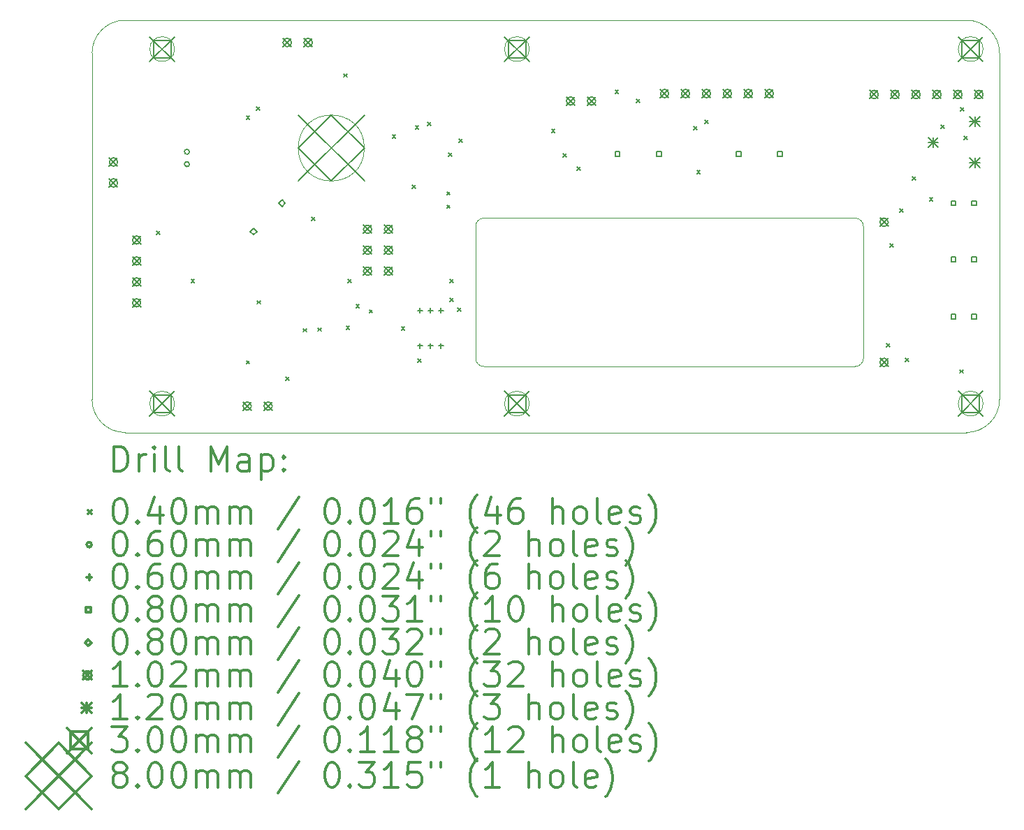
<source format=gbr>
%FSLAX45Y45*%
G04 Gerber Fmt 4.5, Leading zero omitted, Abs format (unit mm)*
G04 Created by KiCad (PCBNEW 4.0.4-stable) date 12/06/16 19:34:36*
%MOMM*%
%LPD*%
G01*
G04 APERTURE LIST*
%ADD10C,0.127000*%
%ADD11C,0.100000*%
%ADD12C,0.200000*%
%ADD13C,0.300000*%
G04 APERTURE END LIST*
D10*
D11*
X11000000Y4600000D02*
G75*
G03X10600000Y5000000I-400000J0D01*
G01*
X10600000Y0D02*
G75*
G03X11000000Y400000I0J400000D01*
G01*
X10800000Y350000D02*
G75*
G03X10800000Y350000I-150000J0D01*
G01*
X10800000Y4650000D02*
G75*
G03X10800000Y4650000I-150000J0D01*
G01*
X5300000Y4650000D02*
G75*
G03X5300000Y4650000I-150000J0D01*
G01*
X5300000Y350000D02*
G75*
G03X5300000Y350000I-150000J0D01*
G01*
X1000000Y4650000D02*
G75*
G03X1000000Y4650000I-150000J0D01*
G01*
X1000000Y350000D02*
G75*
G03X1000000Y350000I-150000J0D01*
G01*
X0Y400000D02*
G75*
G03X400000Y0I400000J0D01*
G01*
X400000Y5000000D02*
G75*
G03X0Y4600000I0J-400000D01*
G01*
X400000Y5000000D02*
X10600000Y5000000D01*
X10600000Y0D02*
X400000Y0D01*
X4750000Y2600000D02*
G75*
G03X4650000Y2500000I0J-100000D01*
G01*
X4750000Y2600000D02*
X9250000Y2600000D01*
X9350000Y2500000D02*
G75*
G03X9250000Y2600000I-100000J0D01*
G01*
X9350000Y900000D02*
X9350000Y2500000D01*
X9250000Y800000D02*
G75*
G03X9350000Y900000I0J100000D01*
G01*
X9250000Y800000D02*
X4750000Y800000D01*
X4650000Y900000D02*
G75*
G03X4750000Y800000I100000J0D01*
G01*
X4650000Y900000D02*
X4650000Y2500000D01*
X0Y400000D02*
X0Y4600000D01*
X11000000Y4600000D02*
X11000000Y400000D01*
X3300000Y3450000D02*
G75*
G03X3300000Y3450000I-400000J0D01*
G01*
D12*
X780000Y2440000D02*
X820000Y2400000D01*
X820000Y2440000D02*
X780000Y2400000D01*
X1200000Y1860000D02*
X1240000Y1820000D01*
X1240000Y1860000D02*
X1200000Y1820000D01*
X1870000Y3840000D02*
X1910000Y3800000D01*
X1910000Y3840000D02*
X1870000Y3800000D01*
X1870000Y870000D02*
X1910000Y830000D01*
X1910000Y870000D02*
X1870000Y830000D01*
X1990000Y3950000D02*
X2030000Y3910000D01*
X2030000Y3950000D02*
X1990000Y3910000D01*
X2000000Y1600000D02*
X2040000Y1560000D01*
X2040000Y1600000D02*
X2000000Y1560000D01*
X2350000Y670000D02*
X2390000Y630000D01*
X2390000Y670000D02*
X2350000Y630000D01*
X2560000Y1260000D02*
X2600000Y1220000D01*
X2600000Y1260000D02*
X2560000Y1220000D01*
X2660000Y2610000D02*
X2700000Y2570000D01*
X2700000Y2610000D02*
X2660000Y2570000D01*
X2740000Y1270000D02*
X2780000Y1230000D01*
X2780000Y1270000D02*
X2740000Y1230000D01*
X3050000Y4350000D02*
X3090000Y4310000D01*
X3090000Y4350000D02*
X3050000Y4310000D01*
X3080000Y1290000D02*
X3120000Y1250000D01*
X3120000Y1290000D02*
X3080000Y1250000D01*
X3100000Y1860000D02*
X3140000Y1820000D01*
X3140000Y1860000D02*
X3100000Y1820000D01*
X3200000Y1550000D02*
X3240000Y1510000D01*
X3240000Y1550000D02*
X3200000Y1510000D01*
X3360000Y1490000D02*
X3400000Y1450000D01*
X3400000Y1490000D02*
X3360000Y1450000D01*
X3640000Y3610000D02*
X3680000Y3570000D01*
X3680000Y3610000D02*
X3640000Y3570000D01*
X3750000Y1280000D02*
X3790000Y1240000D01*
X3790000Y1280000D02*
X3750000Y1240000D01*
X3880000Y3000000D02*
X3920000Y2960000D01*
X3920000Y3000000D02*
X3880000Y2960000D01*
X3920000Y3720000D02*
X3960000Y3680000D01*
X3960000Y3720000D02*
X3920000Y3680000D01*
X3950000Y890000D02*
X3990000Y850000D01*
X3990000Y890000D02*
X3950000Y850000D01*
X4070000Y3760000D02*
X4110000Y3720000D01*
X4110000Y3760000D02*
X4070000Y3720000D01*
X4300000Y2920000D02*
X4340000Y2880000D01*
X4340000Y2920000D02*
X4300000Y2880000D01*
X4300000Y2760000D02*
X4340000Y2720000D01*
X4340000Y2760000D02*
X4300000Y2720000D01*
X4320000Y3390000D02*
X4360000Y3350000D01*
X4360000Y3390000D02*
X4320000Y3350000D01*
X4340000Y1860000D02*
X4380000Y1820000D01*
X4380000Y1860000D02*
X4340000Y1820000D01*
X4340000Y1630000D02*
X4380000Y1590000D01*
X4380000Y1630000D02*
X4340000Y1590000D01*
X4430000Y1510000D02*
X4470000Y1470000D01*
X4470000Y1510000D02*
X4430000Y1470000D01*
X4450000Y3560000D02*
X4490000Y3520000D01*
X4490000Y3560000D02*
X4450000Y3520000D01*
X5570000Y3680000D02*
X5610000Y3640000D01*
X5610000Y3680000D02*
X5570000Y3640000D01*
X5710000Y3380000D02*
X5750000Y3340000D01*
X5750000Y3380000D02*
X5710000Y3340000D01*
X5880000Y3220000D02*
X5920000Y3180000D01*
X5920000Y3220000D02*
X5880000Y3180000D01*
X6340000Y4150000D02*
X6380000Y4110000D01*
X6380000Y4150000D02*
X6340000Y4110000D01*
X6600000Y4040000D02*
X6640000Y4000000D01*
X6640000Y4040000D02*
X6600000Y4000000D01*
X7290000Y3710000D02*
X7330000Y3670000D01*
X7330000Y3710000D02*
X7290000Y3670000D01*
X7330000Y3180000D02*
X7370000Y3140000D01*
X7370000Y3180000D02*
X7330000Y3140000D01*
X7430000Y3790000D02*
X7470000Y3750000D01*
X7470000Y3790000D02*
X7430000Y3750000D01*
X9630000Y1080000D02*
X9670000Y1040000D01*
X9670000Y1080000D02*
X9630000Y1040000D01*
X9670000Y2290000D02*
X9710000Y2250000D01*
X9710000Y2290000D02*
X9670000Y2250000D01*
X9790000Y2710000D02*
X9830000Y2670000D01*
X9830000Y2710000D02*
X9790000Y2670000D01*
X9860000Y900000D02*
X9900000Y860000D01*
X9900000Y900000D02*
X9860000Y860000D01*
X9940000Y3100000D02*
X9980000Y3060000D01*
X9980000Y3100000D02*
X9940000Y3060000D01*
X10150000Y2850000D02*
X10190000Y2810000D01*
X10190000Y2850000D02*
X10150000Y2810000D01*
X10290000Y3730000D02*
X10330000Y3690000D01*
X10330000Y3730000D02*
X10290000Y3690000D01*
X10520000Y760000D02*
X10560000Y720000D01*
X10560000Y760000D02*
X10520000Y720000D01*
X10530000Y3939872D02*
X10570000Y3899872D01*
X10570000Y3939872D02*
X10530000Y3899872D01*
X10570000Y3590000D02*
X10610000Y3550000D01*
X10610000Y3590000D02*
X10570000Y3550000D01*
X1179972Y3404930D02*
G75*
G03X1179972Y3404930I-29972J0D01*
G01*
X1179972Y3255070D02*
G75*
G03X1179972Y3255070I-29972J0D01*
G01*
X3976000Y1510000D02*
X3976000Y1450000D01*
X3946000Y1480000D02*
X4006000Y1480000D01*
X3976000Y1080000D02*
X3976000Y1020000D01*
X3946000Y1050000D02*
X4006000Y1050000D01*
X4103000Y1510000D02*
X4103000Y1450000D01*
X4073000Y1480000D02*
X4133000Y1480000D01*
X4103000Y1080000D02*
X4103000Y1020000D01*
X4073000Y1050000D02*
X4133000Y1050000D01*
X4230000Y1510000D02*
X4230000Y1450000D01*
X4200000Y1480000D02*
X4260000Y1480000D01*
X4230000Y1080000D02*
X4230000Y1020000D01*
X4200000Y1050000D02*
X4260000Y1050000D01*
X6398284Y3351715D02*
X6398284Y3408284D01*
X6341715Y3408284D01*
X6341715Y3351715D01*
X6398284Y3351715D01*
X6898284Y3351715D02*
X6898284Y3408284D01*
X6841715Y3408284D01*
X6841715Y3351715D01*
X6898284Y3351715D01*
X7868284Y3351715D02*
X7868284Y3408284D01*
X7811715Y3408284D01*
X7811715Y3351715D01*
X7868284Y3351715D01*
X8368284Y3351715D02*
X8368284Y3408284D01*
X8311715Y3408284D01*
X8311715Y3351715D01*
X8368284Y3351715D01*
X10468285Y2751716D02*
X10468285Y2808284D01*
X10411716Y2808284D01*
X10411716Y2751716D01*
X10468285Y2751716D01*
X10468285Y2071715D02*
X10468285Y2128285D01*
X10411716Y2128285D01*
X10411716Y2071715D01*
X10468285Y2071715D01*
X10468285Y1375716D02*
X10468285Y1432284D01*
X10411716Y1432284D01*
X10411716Y1375716D01*
X10468285Y1375716D01*
X10718285Y2751716D02*
X10718285Y2808284D01*
X10661716Y2808284D01*
X10661716Y2751716D01*
X10718285Y2751716D01*
X10718285Y2071715D02*
X10718285Y2128285D01*
X10661716Y2128285D01*
X10661716Y2071715D01*
X10718285Y2071715D01*
X10718285Y1375716D02*
X10718285Y1432284D01*
X10661716Y1432284D01*
X10661716Y1375716D01*
X10718285Y1375716D01*
X1957399Y2397395D02*
X1997404Y2437400D01*
X1957399Y2477405D01*
X1917394Y2437400D01*
X1957399Y2397395D01*
X2302601Y2742596D02*
X2342606Y2782601D01*
X2302601Y2822605D01*
X2262596Y2782601D01*
X2302601Y2742596D01*
X209200Y3330800D02*
X310800Y3229200D01*
X310800Y3330800D02*
X209200Y3229200D01*
X310800Y3280000D02*
G75*
G03X310800Y3280000I-50800J0D01*
G01*
X209200Y3076800D02*
X310800Y2975200D01*
X310800Y3076800D02*
X209200Y2975200D01*
X310800Y3026000D02*
G75*
G03X310800Y3026000I-50800J0D01*
G01*
X489200Y2384800D02*
X590800Y2283200D01*
X590800Y2384800D02*
X489200Y2283200D01*
X590800Y2334000D02*
G75*
G03X590800Y2334000I-50800J0D01*
G01*
X489200Y2130800D02*
X590800Y2029200D01*
X590800Y2130800D02*
X489200Y2029200D01*
X590800Y2080000D02*
G75*
G03X590800Y2080000I-50800J0D01*
G01*
X489200Y1876800D02*
X590800Y1775200D01*
X590800Y1876800D02*
X489200Y1775200D01*
X590800Y1826000D02*
G75*
G03X590800Y1826000I-50800J0D01*
G01*
X489200Y1622800D02*
X590800Y1521200D01*
X590800Y1622800D02*
X489200Y1521200D01*
X590800Y1572000D02*
G75*
G03X590800Y1572000I-50800J0D01*
G01*
X1829200Y370800D02*
X1930800Y269200D01*
X1930800Y370800D02*
X1829200Y269200D01*
X1930800Y320000D02*
G75*
G03X1930800Y320000I-50800J0D01*
G01*
X2083200Y370800D02*
X2184800Y269200D01*
X2184800Y370800D02*
X2083200Y269200D01*
X2184800Y320000D02*
G75*
G03X2184800Y320000I-50800J0D01*
G01*
X2315200Y4780800D02*
X2416800Y4679200D01*
X2416800Y4780800D02*
X2315200Y4679200D01*
X2416800Y4730000D02*
G75*
G03X2416800Y4730000I-50800J0D01*
G01*
X2569200Y4780800D02*
X2670800Y4679200D01*
X2670800Y4780800D02*
X2569200Y4679200D01*
X2670800Y4730000D02*
G75*
G03X2670800Y4730000I-50800J0D01*
G01*
X3289200Y2514800D02*
X3390800Y2413200D01*
X3390800Y2514800D02*
X3289200Y2413200D01*
X3390800Y2464000D02*
G75*
G03X3390800Y2464000I-50800J0D01*
G01*
X3289200Y2260800D02*
X3390800Y2159200D01*
X3390800Y2260800D02*
X3289200Y2159200D01*
X3390800Y2210000D02*
G75*
G03X3390800Y2210000I-50800J0D01*
G01*
X3289200Y2006800D02*
X3390800Y1905200D01*
X3390800Y2006800D02*
X3289200Y1905200D01*
X3390800Y1956000D02*
G75*
G03X3390800Y1956000I-50800J0D01*
G01*
X3543200Y2514800D02*
X3644800Y2413200D01*
X3644800Y2514800D02*
X3543200Y2413200D01*
X3644800Y2464000D02*
G75*
G03X3644800Y2464000I-50800J0D01*
G01*
X3543200Y2260800D02*
X3644800Y2159200D01*
X3644800Y2260800D02*
X3543200Y2159200D01*
X3644800Y2210000D02*
G75*
G03X3644800Y2210000I-50800J0D01*
G01*
X3543200Y2006800D02*
X3644800Y1905200D01*
X3644800Y2006800D02*
X3543200Y1905200D01*
X3644800Y1956000D02*
G75*
G03X3644800Y1956000I-50800J0D01*
G01*
X5749200Y4070800D02*
X5850800Y3969200D01*
X5850800Y4070800D02*
X5749200Y3969200D01*
X5850800Y4020000D02*
G75*
G03X5850800Y4020000I-50800J0D01*
G01*
X6003200Y4070800D02*
X6104800Y3969200D01*
X6104800Y4070800D02*
X6003200Y3969200D01*
X6104800Y4020000D02*
G75*
G03X6104800Y4020000I-50800J0D01*
G01*
X6889200Y4160800D02*
X6990800Y4059200D01*
X6990800Y4160800D02*
X6889200Y4059200D01*
X6990800Y4110000D02*
G75*
G03X6990800Y4110000I-50800J0D01*
G01*
X7143200Y4160800D02*
X7244800Y4059200D01*
X7244800Y4160800D02*
X7143200Y4059200D01*
X7244800Y4110000D02*
G75*
G03X7244800Y4110000I-50800J0D01*
G01*
X7397200Y4160800D02*
X7498800Y4059200D01*
X7498800Y4160800D02*
X7397200Y4059200D01*
X7498800Y4110000D02*
G75*
G03X7498800Y4110000I-50800J0D01*
G01*
X7651200Y4160800D02*
X7752800Y4059200D01*
X7752800Y4160800D02*
X7651200Y4059200D01*
X7752800Y4110000D02*
G75*
G03X7752800Y4110000I-50800J0D01*
G01*
X7905200Y4160800D02*
X8006800Y4059200D01*
X8006800Y4160800D02*
X7905200Y4059200D01*
X8006800Y4110000D02*
G75*
G03X8006800Y4110000I-50800J0D01*
G01*
X8159200Y4160800D02*
X8260800Y4059200D01*
X8260800Y4160800D02*
X8159200Y4059200D01*
X8260800Y4110000D02*
G75*
G03X8260800Y4110000I-50800J0D01*
G01*
X9429200Y4150800D02*
X9530800Y4049200D01*
X9530800Y4150800D02*
X9429200Y4049200D01*
X9530800Y4100000D02*
G75*
G03X9530800Y4100000I-50800J0D01*
G01*
X9549200Y2600800D02*
X9650800Y2499200D01*
X9650800Y2600800D02*
X9549200Y2499200D01*
X9650800Y2550000D02*
G75*
G03X9650800Y2550000I-50800J0D01*
G01*
X9549200Y900800D02*
X9650800Y799200D01*
X9650800Y900800D02*
X9549200Y799200D01*
X9650800Y850000D02*
G75*
G03X9650800Y850000I-50800J0D01*
G01*
X9683200Y4150800D02*
X9784800Y4049200D01*
X9784800Y4150800D02*
X9683200Y4049200D01*
X9784800Y4100000D02*
G75*
G03X9784800Y4100000I-50800J0D01*
G01*
X9937200Y4150800D02*
X10038800Y4049200D01*
X10038800Y4150800D02*
X9937200Y4049200D01*
X10038800Y4100000D02*
G75*
G03X10038800Y4100000I-50800J0D01*
G01*
X10191200Y4150800D02*
X10292800Y4049200D01*
X10292800Y4150800D02*
X10191200Y4049200D01*
X10292800Y4100000D02*
G75*
G03X10292800Y4100000I-50800J0D01*
G01*
X10445200Y4150800D02*
X10546800Y4049200D01*
X10546800Y4150800D02*
X10445200Y4049200D01*
X10546800Y4100000D02*
G75*
G03X10546800Y4100000I-50800J0D01*
G01*
X10699200Y4150800D02*
X10800800Y4049200D01*
X10800800Y4150800D02*
X10699200Y4049200D01*
X10800800Y4100000D02*
G75*
G03X10800800Y4100000I-50800J0D01*
G01*
X10136120Y3579880D02*
X10256008Y3459992D01*
X10256008Y3579880D02*
X10136120Y3459992D01*
X10196064Y3579880D02*
X10196064Y3459992D01*
X10136120Y3519936D02*
X10256008Y3519936D01*
X10640056Y3829816D02*
X10759944Y3709928D01*
X10759944Y3829816D02*
X10640056Y3709928D01*
X10700000Y3829816D02*
X10700000Y3709928D01*
X10640056Y3769872D02*
X10759944Y3769872D01*
X10640056Y3329944D02*
X10759944Y3210056D01*
X10759944Y3329944D02*
X10640056Y3210056D01*
X10700000Y3329944D02*
X10700000Y3210056D01*
X10640056Y3270000D02*
X10759944Y3270000D01*
X700000Y4800000D02*
X1000000Y4500000D01*
X1000000Y4800000D02*
X700000Y4500000D01*
X956067Y4543933D02*
X956067Y4756067D01*
X743933Y4756067D01*
X743933Y4543933D01*
X956067Y4543933D01*
X700000Y4800000D02*
X1000000Y4500000D01*
X1000000Y4800000D02*
X700000Y4500000D01*
X956067Y4543933D02*
X956067Y4756067D01*
X743933Y4756067D01*
X743933Y4543933D01*
X956067Y4543933D01*
X700000Y500000D02*
X1000000Y200000D01*
X1000000Y500000D02*
X700000Y200000D01*
X956067Y243933D02*
X956067Y456067D01*
X743933Y456067D01*
X743933Y243933D01*
X956067Y243933D01*
X700000Y500000D02*
X1000000Y200000D01*
X1000000Y500000D02*
X700000Y200000D01*
X956067Y243933D02*
X956067Y456067D01*
X743933Y456067D01*
X743933Y243933D01*
X956067Y243933D01*
X5000000Y4800000D02*
X5300000Y4500000D01*
X5300000Y4800000D02*
X5000000Y4500000D01*
X5256067Y4543933D02*
X5256067Y4756067D01*
X5043933Y4756067D01*
X5043933Y4543933D01*
X5256067Y4543933D01*
X5000000Y4800000D02*
X5300000Y4500000D01*
X5300000Y4800000D02*
X5000000Y4500000D01*
X5256067Y4543933D02*
X5256067Y4756067D01*
X5043933Y4756067D01*
X5043933Y4543933D01*
X5256067Y4543933D01*
X5000000Y500000D02*
X5300000Y200000D01*
X5300000Y500000D02*
X5000000Y200000D01*
X5256067Y243933D02*
X5256067Y456067D01*
X5043933Y456067D01*
X5043933Y243933D01*
X5256067Y243933D01*
X5000000Y500000D02*
X5300000Y200000D01*
X5300000Y500000D02*
X5000000Y200000D01*
X5256067Y243933D02*
X5256067Y456067D01*
X5043933Y456067D01*
X5043933Y243933D01*
X5256067Y243933D01*
X10500000Y4800000D02*
X10800000Y4500000D01*
X10800000Y4800000D02*
X10500000Y4500000D01*
X10756067Y4543933D02*
X10756067Y4756067D01*
X10543933Y4756067D01*
X10543933Y4543933D01*
X10756067Y4543933D01*
X10500000Y4800000D02*
X10800000Y4500000D01*
X10800000Y4800000D02*
X10500000Y4500000D01*
X10756067Y4543933D02*
X10756067Y4756067D01*
X10543933Y4756067D01*
X10543933Y4543933D01*
X10756067Y4543933D01*
X10500000Y500000D02*
X10800000Y200000D01*
X10800000Y500000D02*
X10500000Y200000D01*
X10756067Y243933D02*
X10756067Y456067D01*
X10543933Y456067D01*
X10543933Y243933D01*
X10756067Y243933D01*
X10500000Y500000D02*
X10800000Y200000D01*
X10800000Y500000D02*
X10500000Y200000D01*
X10756067Y243933D02*
X10756067Y456067D01*
X10543933Y456067D01*
X10543933Y243933D01*
X10756067Y243933D01*
X2500000Y3850000D02*
X3300000Y3050000D01*
X3300000Y3850000D02*
X2500000Y3050000D01*
X2900000Y3050000D02*
X3300000Y3450000D01*
X2900000Y3850000D01*
X2500000Y3450000D01*
X2900000Y3050000D01*
D13*
X266429Y-470714D02*
X266429Y-170714D01*
X337857Y-170714D01*
X380714Y-185000D01*
X409286Y-213571D01*
X423571Y-242143D01*
X437857Y-299286D01*
X437857Y-342143D01*
X423571Y-399286D01*
X409286Y-427857D01*
X380714Y-456429D01*
X337857Y-470714D01*
X266429Y-470714D01*
X566429Y-470714D02*
X566429Y-270714D01*
X566429Y-327857D02*
X580714Y-299286D01*
X595000Y-285000D01*
X623571Y-270714D01*
X652143Y-270714D01*
X752143Y-470714D02*
X752143Y-270714D01*
X752143Y-170714D02*
X737857Y-185000D01*
X752143Y-199286D01*
X766428Y-185000D01*
X752143Y-170714D01*
X752143Y-199286D01*
X937857Y-470714D02*
X909286Y-456429D01*
X895000Y-427857D01*
X895000Y-170714D01*
X1095000Y-470714D02*
X1066429Y-456429D01*
X1052143Y-427857D01*
X1052143Y-170714D01*
X1437857Y-470714D02*
X1437857Y-170714D01*
X1537857Y-385000D01*
X1637857Y-170714D01*
X1637857Y-470714D01*
X1909286Y-470714D02*
X1909286Y-313572D01*
X1895000Y-285000D01*
X1866428Y-270714D01*
X1809286Y-270714D01*
X1780714Y-285000D01*
X1909286Y-456429D02*
X1880714Y-470714D01*
X1809286Y-470714D01*
X1780714Y-456429D01*
X1766428Y-427857D01*
X1766428Y-399286D01*
X1780714Y-370714D01*
X1809286Y-356429D01*
X1880714Y-356429D01*
X1909286Y-342143D01*
X2052143Y-270714D02*
X2052143Y-570714D01*
X2052143Y-285000D02*
X2080714Y-270714D01*
X2137857Y-270714D01*
X2166429Y-285000D01*
X2180714Y-299286D01*
X2195000Y-327857D01*
X2195000Y-413571D01*
X2180714Y-442143D01*
X2166429Y-456429D01*
X2137857Y-470714D01*
X2080714Y-470714D01*
X2052143Y-456429D01*
X2323571Y-442143D02*
X2337857Y-456429D01*
X2323571Y-470714D01*
X2309286Y-456429D01*
X2323571Y-442143D01*
X2323571Y-470714D01*
X2323571Y-285000D02*
X2337857Y-299286D01*
X2323571Y-313572D01*
X2309286Y-299286D01*
X2323571Y-285000D01*
X2323571Y-313572D01*
X-45000Y-945000D02*
X-5000Y-985000D01*
X-5000Y-945000D02*
X-45000Y-985000D01*
X323571Y-800714D02*
X352143Y-800714D01*
X380714Y-815000D01*
X395000Y-829286D01*
X409286Y-857857D01*
X423571Y-915000D01*
X423571Y-986429D01*
X409286Y-1043571D01*
X395000Y-1072143D01*
X380714Y-1086429D01*
X352143Y-1100714D01*
X323571Y-1100714D01*
X295000Y-1086429D01*
X280714Y-1072143D01*
X266429Y-1043571D01*
X252143Y-986429D01*
X252143Y-915000D01*
X266429Y-857857D01*
X280714Y-829286D01*
X295000Y-815000D01*
X323571Y-800714D01*
X552143Y-1072143D02*
X566429Y-1086429D01*
X552143Y-1100714D01*
X537857Y-1086429D01*
X552143Y-1072143D01*
X552143Y-1100714D01*
X823571Y-900714D02*
X823571Y-1100714D01*
X752143Y-786429D02*
X680714Y-1000714D01*
X866428Y-1000714D01*
X1037857Y-800714D02*
X1066429Y-800714D01*
X1095000Y-815000D01*
X1109286Y-829286D01*
X1123571Y-857857D01*
X1137857Y-915000D01*
X1137857Y-986429D01*
X1123571Y-1043571D01*
X1109286Y-1072143D01*
X1095000Y-1086429D01*
X1066429Y-1100714D01*
X1037857Y-1100714D01*
X1009286Y-1086429D01*
X995000Y-1072143D01*
X980714Y-1043571D01*
X966428Y-986429D01*
X966428Y-915000D01*
X980714Y-857857D01*
X995000Y-829286D01*
X1009286Y-815000D01*
X1037857Y-800714D01*
X1266429Y-1100714D02*
X1266429Y-900714D01*
X1266429Y-929286D02*
X1280714Y-915000D01*
X1309286Y-900714D01*
X1352143Y-900714D01*
X1380714Y-915000D01*
X1395000Y-943571D01*
X1395000Y-1100714D01*
X1395000Y-943571D02*
X1409286Y-915000D01*
X1437857Y-900714D01*
X1480714Y-900714D01*
X1509286Y-915000D01*
X1523571Y-943571D01*
X1523571Y-1100714D01*
X1666428Y-1100714D02*
X1666428Y-900714D01*
X1666428Y-929286D02*
X1680714Y-915000D01*
X1709286Y-900714D01*
X1752143Y-900714D01*
X1780714Y-915000D01*
X1795000Y-943571D01*
X1795000Y-1100714D01*
X1795000Y-943571D02*
X1809286Y-915000D01*
X1837857Y-900714D01*
X1880714Y-900714D01*
X1909286Y-915000D01*
X1923571Y-943571D01*
X1923571Y-1100714D01*
X2509286Y-786429D02*
X2252143Y-1172143D01*
X2895000Y-800714D02*
X2923571Y-800714D01*
X2952143Y-815000D01*
X2966428Y-829286D01*
X2980714Y-857857D01*
X2995000Y-915000D01*
X2995000Y-986429D01*
X2980714Y-1043571D01*
X2966428Y-1072143D01*
X2952143Y-1086429D01*
X2923571Y-1100714D01*
X2895000Y-1100714D01*
X2866428Y-1086429D01*
X2852143Y-1072143D01*
X2837857Y-1043571D01*
X2823571Y-986429D01*
X2823571Y-915000D01*
X2837857Y-857857D01*
X2852143Y-829286D01*
X2866428Y-815000D01*
X2895000Y-800714D01*
X3123571Y-1072143D02*
X3137857Y-1086429D01*
X3123571Y-1100714D01*
X3109286Y-1086429D01*
X3123571Y-1072143D01*
X3123571Y-1100714D01*
X3323571Y-800714D02*
X3352143Y-800714D01*
X3380714Y-815000D01*
X3395000Y-829286D01*
X3409285Y-857857D01*
X3423571Y-915000D01*
X3423571Y-986429D01*
X3409285Y-1043571D01*
X3395000Y-1072143D01*
X3380714Y-1086429D01*
X3352143Y-1100714D01*
X3323571Y-1100714D01*
X3295000Y-1086429D01*
X3280714Y-1072143D01*
X3266428Y-1043571D01*
X3252143Y-986429D01*
X3252143Y-915000D01*
X3266428Y-857857D01*
X3280714Y-829286D01*
X3295000Y-815000D01*
X3323571Y-800714D01*
X3709285Y-1100714D02*
X3537857Y-1100714D01*
X3623571Y-1100714D02*
X3623571Y-800714D01*
X3595000Y-843571D01*
X3566428Y-872143D01*
X3537857Y-886429D01*
X3966428Y-800714D02*
X3909285Y-800714D01*
X3880714Y-815000D01*
X3866428Y-829286D01*
X3837857Y-872143D01*
X3823571Y-929286D01*
X3823571Y-1043571D01*
X3837857Y-1072143D01*
X3852143Y-1086429D01*
X3880714Y-1100714D01*
X3937857Y-1100714D01*
X3966428Y-1086429D01*
X3980714Y-1072143D01*
X3995000Y-1043571D01*
X3995000Y-972143D01*
X3980714Y-943571D01*
X3966428Y-929286D01*
X3937857Y-915000D01*
X3880714Y-915000D01*
X3852143Y-929286D01*
X3837857Y-943571D01*
X3823571Y-972143D01*
X4109286Y-800714D02*
X4109286Y-857857D01*
X4223571Y-800714D02*
X4223571Y-857857D01*
X4666428Y-1215000D02*
X4652143Y-1200714D01*
X4623571Y-1157857D01*
X4609286Y-1129286D01*
X4595000Y-1086429D01*
X4580714Y-1015000D01*
X4580714Y-957857D01*
X4595000Y-886429D01*
X4609286Y-843571D01*
X4623571Y-815000D01*
X4652143Y-772143D01*
X4666428Y-757857D01*
X4909286Y-900714D02*
X4909286Y-1100714D01*
X4837857Y-786429D02*
X4766428Y-1000714D01*
X4952143Y-1000714D01*
X5195000Y-800714D02*
X5137857Y-800714D01*
X5109286Y-815000D01*
X5095000Y-829286D01*
X5066428Y-872143D01*
X5052143Y-929286D01*
X5052143Y-1043571D01*
X5066428Y-1072143D01*
X5080714Y-1086429D01*
X5109286Y-1100714D01*
X5166428Y-1100714D01*
X5195000Y-1086429D01*
X5209286Y-1072143D01*
X5223571Y-1043571D01*
X5223571Y-972143D01*
X5209286Y-943571D01*
X5195000Y-929286D01*
X5166428Y-915000D01*
X5109286Y-915000D01*
X5080714Y-929286D01*
X5066428Y-943571D01*
X5052143Y-972143D01*
X5580714Y-1100714D02*
X5580714Y-800714D01*
X5709285Y-1100714D02*
X5709285Y-943571D01*
X5695000Y-915000D01*
X5666428Y-900714D01*
X5623571Y-900714D01*
X5595000Y-915000D01*
X5580714Y-929286D01*
X5895000Y-1100714D02*
X5866428Y-1086429D01*
X5852143Y-1072143D01*
X5837857Y-1043571D01*
X5837857Y-957857D01*
X5852143Y-929286D01*
X5866428Y-915000D01*
X5895000Y-900714D01*
X5937857Y-900714D01*
X5966428Y-915000D01*
X5980714Y-929286D01*
X5995000Y-957857D01*
X5995000Y-1043571D01*
X5980714Y-1072143D01*
X5966428Y-1086429D01*
X5937857Y-1100714D01*
X5895000Y-1100714D01*
X6166428Y-1100714D02*
X6137857Y-1086429D01*
X6123571Y-1057857D01*
X6123571Y-800714D01*
X6395000Y-1086429D02*
X6366428Y-1100714D01*
X6309286Y-1100714D01*
X6280714Y-1086429D01*
X6266428Y-1057857D01*
X6266428Y-943571D01*
X6280714Y-915000D01*
X6309286Y-900714D01*
X6366428Y-900714D01*
X6395000Y-915000D01*
X6409286Y-943571D01*
X6409286Y-972143D01*
X6266428Y-1000714D01*
X6523571Y-1086429D02*
X6552143Y-1100714D01*
X6609286Y-1100714D01*
X6637857Y-1086429D01*
X6652143Y-1057857D01*
X6652143Y-1043571D01*
X6637857Y-1015000D01*
X6609286Y-1000714D01*
X6566428Y-1000714D01*
X6537857Y-986429D01*
X6523571Y-957857D01*
X6523571Y-943571D01*
X6537857Y-915000D01*
X6566428Y-900714D01*
X6609286Y-900714D01*
X6637857Y-915000D01*
X6752143Y-1215000D02*
X6766428Y-1200714D01*
X6795000Y-1157857D01*
X6809286Y-1129286D01*
X6823571Y-1086429D01*
X6837857Y-1015000D01*
X6837857Y-957857D01*
X6823571Y-886429D01*
X6809286Y-843571D01*
X6795000Y-815000D01*
X6766428Y-772143D01*
X6752143Y-757857D01*
X-5000Y-1361000D02*
G75*
G03X-5000Y-1361000I-29972J0D01*
G01*
X323571Y-1196714D02*
X352143Y-1196714D01*
X380714Y-1211000D01*
X395000Y-1225286D01*
X409286Y-1253857D01*
X423571Y-1311000D01*
X423571Y-1382429D01*
X409286Y-1439571D01*
X395000Y-1468143D01*
X380714Y-1482429D01*
X352143Y-1496714D01*
X323571Y-1496714D01*
X295000Y-1482429D01*
X280714Y-1468143D01*
X266429Y-1439571D01*
X252143Y-1382429D01*
X252143Y-1311000D01*
X266429Y-1253857D01*
X280714Y-1225286D01*
X295000Y-1211000D01*
X323571Y-1196714D01*
X552143Y-1468143D02*
X566429Y-1482429D01*
X552143Y-1496714D01*
X537857Y-1482429D01*
X552143Y-1468143D01*
X552143Y-1496714D01*
X823571Y-1196714D02*
X766428Y-1196714D01*
X737857Y-1211000D01*
X723571Y-1225286D01*
X695000Y-1268143D01*
X680714Y-1325286D01*
X680714Y-1439571D01*
X695000Y-1468143D01*
X709286Y-1482429D01*
X737857Y-1496714D01*
X795000Y-1496714D01*
X823571Y-1482429D01*
X837857Y-1468143D01*
X852143Y-1439571D01*
X852143Y-1368143D01*
X837857Y-1339572D01*
X823571Y-1325286D01*
X795000Y-1311000D01*
X737857Y-1311000D01*
X709286Y-1325286D01*
X695000Y-1339572D01*
X680714Y-1368143D01*
X1037857Y-1196714D02*
X1066429Y-1196714D01*
X1095000Y-1211000D01*
X1109286Y-1225286D01*
X1123571Y-1253857D01*
X1137857Y-1311000D01*
X1137857Y-1382429D01*
X1123571Y-1439571D01*
X1109286Y-1468143D01*
X1095000Y-1482429D01*
X1066429Y-1496714D01*
X1037857Y-1496714D01*
X1009286Y-1482429D01*
X995000Y-1468143D01*
X980714Y-1439571D01*
X966428Y-1382429D01*
X966428Y-1311000D01*
X980714Y-1253857D01*
X995000Y-1225286D01*
X1009286Y-1211000D01*
X1037857Y-1196714D01*
X1266429Y-1496714D02*
X1266429Y-1296714D01*
X1266429Y-1325286D02*
X1280714Y-1311000D01*
X1309286Y-1296714D01*
X1352143Y-1296714D01*
X1380714Y-1311000D01*
X1395000Y-1339572D01*
X1395000Y-1496714D01*
X1395000Y-1339572D02*
X1409286Y-1311000D01*
X1437857Y-1296714D01*
X1480714Y-1296714D01*
X1509286Y-1311000D01*
X1523571Y-1339572D01*
X1523571Y-1496714D01*
X1666428Y-1496714D02*
X1666428Y-1296714D01*
X1666428Y-1325286D02*
X1680714Y-1311000D01*
X1709286Y-1296714D01*
X1752143Y-1296714D01*
X1780714Y-1311000D01*
X1795000Y-1339572D01*
X1795000Y-1496714D01*
X1795000Y-1339572D02*
X1809286Y-1311000D01*
X1837857Y-1296714D01*
X1880714Y-1296714D01*
X1909286Y-1311000D01*
X1923571Y-1339572D01*
X1923571Y-1496714D01*
X2509286Y-1182429D02*
X2252143Y-1568143D01*
X2895000Y-1196714D02*
X2923571Y-1196714D01*
X2952143Y-1211000D01*
X2966428Y-1225286D01*
X2980714Y-1253857D01*
X2995000Y-1311000D01*
X2995000Y-1382429D01*
X2980714Y-1439571D01*
X2966428Y-1468143D01*
X2952143Y-1482429D01*
X2923571Y-1496714D01*
X2895000Y-1496714D01*
X2866428Y-1482429D01*
X2852143Y-1468143D01*
X2837857Y-1439571D01*
X2823571Y-1382429D01*
X2823571Y-1311000D01*
X2837857Y-1253857D01*
X2852143Y-1225286D01*
X2866428Y-1211000D01*
X2895000Y-1196714D01*
X3123571Y-1468143D02*
X3137857Y-1482429D01*
X3123571Y-1496714D01*
X3109286Y-1482429D01*
X3123571Y-1468143D01*
X3123571Y-1496714D01*
X3323571Y-1196714D02*
X3352143Y-1196714D01*
X3380714Y-1211000D01*
X3395000Y-1225286D01*
X3409285Y-1253857D01*
X3423571Y-1311000D01*
X3423571Y-1382429D01*
X3409285Y-1439571D01*
X3395000Y-1468143D01*
X3380714Y-1482429D01*
X3352143Y-1496714D01*
X3323571Y-1496714D01*
X3295000Y-1482429D01*
X3280714Y-1468143D01*
X3266428Y-1439571D01*
X3252143Y-1382429D01*
X3252143Y-1311000D01*
X3266428Y-1253857D01*
X3280714Y-1225286D01*
X3295000Y-1211000D01*
X3323571Y-1196714D01*
X3537857Y-1225286D02*
X3552143Y-1211000D01*
X3580714Y-1196714D01*
X3652143Y-1196714D01*
X3680714Y-1211000D01*
X3695000Y-1225286D01*
X3709285Y-1253857D01*
X3709285Y-1282429D01*
X3695000Y-1325286D01*
X3523571Y-1496714D01*
X3709285Y-1496714D01*
X3966428Y-1296714D02*
X3966428Y-1496714D01*
X3895000Y-1182429D02*
X3823571Y-1396714D01*
X4009285Y-1396714D01*
X4109286Y-1196714D02*
X4109286Y-1253857D01*
X4223571Y-1196714D02*
X4223571Y-1253857D01*
X4666428Y-1611000D02*
X4652143Y-1596714D01*
X4623571Y-1553857D01*
X4609286Y-1525286D01*
X4595000Y-1482429D01*
X4580714Y-1411000D01*
X4580714Y-1353857D01*
X4595000Y-1282429D01*
X4609286Y-1239572D01*
X4623571Y-1211000D01*
X4652143Y-1168143D01*
X4666428Y-1153857D01*
X4766428Y-1225286D02*
X4780714Y-1211000D01*
X4809286Y-1196714D01*
X4880714Y-1196714D01*
X4909286Y-1211000D01*
X4923571Y-1225286D01*
X4937857Y-1253857D01*
X4937857Y-1282429D01*
X4923571Y-1325286D01*
X4752143Y-1496714D01*
X4937857Y-1496714D01*
X5295000Y-1496714D02*
X5295000Y-1196714D01*
X5423571Y-1496714D02*
X5423571Y-1339572D01*
X5409286Y-1311000D01*
X5380714Y-1296714D01*
X5337857Y-1296714D01*
X5309286Y-1311000D01*
X5295000Y-1325286D01*
X5609285Y-1496714D02*
X5580714Y-1482429D01*
X5566428Y-1468143D01*
X5552143Y-1439571D01*
X5552143Y-1353857D01*
X5566428Y-1325286D01*
X5580714Y-1311000D01*
X5609285Y-1296714D01*
X5652143Y-1296714D01*
X5680714Y-1311000D01*
X5695000Y-1325286D01*
X5709285Y-1353857D01*
X5709285Y-1439571D01*
X5695000Y-1468143D01*
X5680714Y-1482429D01*
X5652143Y-1496714D01*
X5609285Y-1496714D01*
X5880714Y-1496714D02*
X5852143Y-1482429D01*
X5837857Y-1453857D01*
X5837857Y-1196714D01*
X6109286Y-1482429D02*
X6080714Y-1496714D01*
X6023571Y-1496714D01*
X5995000Y-1482429D01*
X5980714Y-1453857D01*
X5980714Y-1339572D01*
X5995000Y-1311000D01*
X6023571Y-1296714D01*
X6080714Y-1296714D01*
X6109286Y-1311000D01*
X6123571Y-1339572D01*
X6123571Y-1368143D01*
X5980714Y-1396714D01*
X6237857Y-1482429D02*
X6266428Y-1496714D01*
X6323571Y-1496714D01*
X6352143Y-1482429D01*
X6366428Y-1453857D01*
X6366428Y-1439571D01*
X6352143Y-1411000D01*
X6323571Y-1396714D01*
X6280714Y-1396714D01*
X6252143Y-1382429D01*
X6237857Y-1353857D01*
X6237857Y-1339572D01*
X6252143Y-1311000D01*
X6280714Y-1296714D01*
X6323571Y-1296714D01*
X6352143Y-1311000D01*
X6466428Y-1611000D02*
X6480714Y-1596714D01*
X6509286Y-1553857D01*
X6523571Y-1525286D01*
X6537857Y-1482429D01*
X6552143Y-1411000D01*
X6552143Y-1353857D01*
X6537857Y-1282429D01*
X6523571Y-1239572D01*
X6509286Y-1211000D01*
X6480714Y-1168143D01*
X6466428Y-1153857D01*
X-35000Y-1727000D02*
X-35000Y-1787000D01*
X-65000Y-1757000D02*
X-5000Y-1757000D01*
X323571Y-1592714D02*
X352143Y-1592714D01*
X380714Y-1607000D01*
X395000Y-1621286D01*
X409286Y-1649857D01*
X423571Y-1707000D01*
X423571Y-1778429D01*
X409286Y-1835571D01*
X395000Y-1864143D01*
X380714Y-1878429D01*
X352143Y-1892714D01*
X323571Y-1892714D01*
X295000Y-1878429D01*
X280714Y-1864143D01*
X266429Y-1835571D01*
X252143Y-1778429D01*
X252143Y-1707000D01*
X266429Y-1649857D01*
X280714Y-1621286D01*
X295000Y-1607000D01*
X323571Y-1592714D01*
X552143Y-1864143D02*
X566429Y-1878429D01*
X552143Y-1892714D01*
X537857Y-1878429D01*
X552143Y-1864143D01*
X552143Y-1892714D01*
X823571Y-1592714D02*
X766428Y-1592714D01*
X737857Y-1607000D01*
X723571Y-1621286D01*
X695000Y-1664143D01*
X680714Y-1721286D01*
X680714Y-1835571D01*
X695000Y-1864143D01*
X709286Y-1878429D01*
X737857Y-1892714D01*
X795000Y-1892714D01*
X823571Y-1878429D01*
X837857Y-1864143D01*
X852143Y-1835571D01*
X852143Y-1764143D01*
X837857Y-1735571D01*
X823571Y-1721286D01*
X795000Y-1707000D01*
X737857Y-1707000D01*
X709286Y-1721286D01*
X695000Y-1735571D01*
X680714Y-1764143D01*
X1037857Y-1592714D02*
X1066429Y-1592714D01*
X1095000Y-1607000D01*
X1109286Y-1621286D01*
X1123571Y-1649857D01*
X1137857Y-1707000D01*
X1137857Y-1778429D01*
X1123571Y-1835571D01*
X1109286Y-1864143D01*
X1095000Y-1878429D01*
X1066429Y-1892714D01*
X1037857Y-1892714D01*
X1009286Y-1878429D01*
X995000Y-1864143D01*
X980714Y-1835571D01*
X966428Y-1778429D01*
X966428Y-1707000D01*
X980714Y-1649857D01*
X995000Y-1621286D01*
X1009286Y-1607000D01*
X1037857Y-1592714D01*
X1266429Y-1892714D02*
X1266429Y-1692714D01*
X1266429Y-1721286D02*
X1280714Y-1707000D01*
X1309286Y-1692714D01*
X1352143Y-1692714D01*
X1380714Y-1707000D01*
X1395000Y-1735571D01*
X1395000Y-1892714D01*
X1395000Y-1735571D02*
X1409286Y-1707000D01*
X1437857Y-1692714D01*
X1480714Y-1692714D01*
X1509286Y-1707000D01*
X1523571Y-1735571D01*
X1523571Y-1892714D01*
X1666428Y-1892714D02*
X1666428Y-1692714D01*
X1666428Y-1721286D02*
X1680714Y-1707000D01*
X1709286Y-1692714D01*
X1752143Y-1692714D01*
X1780714Y-1707000D01*
X1795000Y-1735571D01*
X1795000Y-1892714D01*
X1795000Y-1735571D02*
X1809286Y-1707000D01*
X1837857Y-1692714D01*
X1880714Y-1692714D01*
X1909286Y-1707000D01*
X1923571Y-1735571D01*
X1923571Y-1892714D01*
X2509286Y-1578429D02*
X2252143Y-1964143D01*
X2895000Y-1592714D02*
X2923571Y-1592714D01*
X2952143Y-1607000D01*
X2966428Y-1621286D01*
X2980714Y-1649857D01*
X2995000Y-1707000D01*
X2995000Y-1778429D01*
X2980714Y-1835571D01*
X2966428Y-1864143D01*
X2952143Y-1878429D01*
X2923571Y-1892714D01*
X2895000Y-1892714D01*
X2866428Y-1878429D01*
X2852143Y-1864143D01*
X2837857Y-1835571D01*
X2823571Y-1778429D01*
X2823571Y-1707000D01*
X2837857Y-1649857D01*
X2852143Y-1621286D01*
X2866428Y-1607000D01*
X2895000Y-1592714D01*
X3123571Y-1864143D02*
X3137857Y-1878429D01*
X3123571Y-1892714D01*
X3109286Y-1878429D01*
X3123571Y-1864143D01*
X3123571Y-1892714D01*
X3323571Y-1592714D02*
X3352143Y-1592714D01*
X3380714Y-1607000D01*
X3395000Y-1621286D01*
X3409285Y-1649857D01*
X3423571Y-1707000D01*
X3423571Y-1778429D01*
X3409285Y-1835571D01*
X3395000Y-1864143D01*
X3380714Y-1878429D01*
X3352143Y-1892714D01*
X3323571Y-1892714D01*
X3295000Y-1878429D01*
X3280714Y-1864143D01*
X3266428Y-1835571D01*
X3252143Y-1778429D01*
X3252143Y-1707000D01*
X3266428Y-1649857D01*
X3280714Y-1621286D01*
X3295000Y-1607000D01*
X3323571Y-1592714D01*
X3537857Y-1621286D02*
X3552143Y-1607000D01*
X3580714Y-1592714D01*
X3652143Y-1592714D01*
X3680714Y-1607000D01*
X3695000Y-1621286D01*
X3709285Y-1649857D01*
X3709285Y-1678429D01*
X3695000Y-1721286D01*
X3523571Y-1892714D01*
X3709285Y-1892714D01*
X3966428Y-1692714D02*
X3966428Y-1892714D01*
X3895000Y-1578429D02*
X3823571Y-1792714D01*
X4009285Y-1792714D01*
X4109286Y-1592714D02*
X4109286Y-1649857D01*
X4223571Y-1592714D02*
X4223571Y-1649857D01*
X4666428Y-2007000D02*
X4652143Y-1992714D01*
X4623571Y-1949857D01*
X4609286Y-1921286D01*
X4595000Y-1878429D01*
X4580714Y-1807000D01*
X4580714Y-1749857D01*
X4595000Y-1678429D01*
X4609286Y-1635571D01*
X4623571Y-1607000D01*
X4652143Y-1564143D01*
X4666428Y-1549857D01*
X4909286Y-1592714D02*
X4852143Y-1592714D01*
X4823571Y-1607000D01*
X4809286Y-1621286D01*
X4780714Y-1664143D01*
X4766428Y-1721286D01*
X4766428Y-1835571D01*
X4780714Y-1864143D01*
X4795000Y-1878429D01*
X4823571Y-1892714D01*
X4880714Y-1892714D01*
X4909286Y-1878429D01*
X4923571Y-1864143D01*
X4937857Y-1835571D01*
X4937857Y-1764143D01*
X4923571Y-1735571D01*
X4909286Y-1721286D01*
X4880714Y-1707000D01*
X4823571Y-1707000D01*
X4795000Y-1721286D01*
X4780714Y-1735571D01*
X4766428Y-1764143D01*
X5295000Y-1892714D02*
X5295000Y-1592714D01*
X5423571Y-1892714D02*
X5423571Y-1735571D01*
X5409286Y-1707000D01*
X5380714Y-1692714D01*
X5337857Y-1692714D01*
X5309286Y-1707000D01*
X5295000Y-1721286D01*
X5609285Y-1892714D02*
X5580714Y-1878429D01*
X5566428Y-1864143D01*
X5552143Y-1835571D01*
X5552143Y-1749857D01*
X5566428Y-1721286D01*
X5580714Y-1707000D01*
X5609285Y-1692714D01*
X5652143Y-1692714D01*
X5680714Y-1707000D01*
X5695000Y-1721286D01*
X5709285Y-1749857D01*
X5709285Y-1835571D01*
X5695000Y-1864143D01*
X5680714Y-1878429D01*
X5652143Y-1892714D01*
X5609285Y-1892714D01*
X5880714Y-1892714D02*
X5852143Y-1878429D01*
X5837857Y-1849857D01*
X5837857Y-1592714D01*
X6109286Y-1878429D02*
X6080714Y-1892714D01*
X6023571Y-1892714D01*
X5995000Y-1878429D01*
X5980714Y-1849857D01*
X5980714Y-1735571D01*
X5995000Y-1707000D01*
X6023571Y-1692714D01*
X6080714Y-1692714D01*
X6109286Y-1707000D01*
X6123571Y-1735571D01*
X6123571Y-1764143D01*
X5980714Y-1792714D01*
X6237857Y-1878429D02*
X6266428Y-1892714D01*
X6323571Y-1892714D01*
X6352143Y-1878429D01*
X6366428Y-1849857D01*
X6366428Y-1835571D01*
X6352143Y-1807000D01*
X6323571Y-1792714D01*
X6280714Y-1792714D01*
X6252143Y-1778429D01*
X6237857Y-1749857D01*
X6237857Y-1735571D01*
X6252143Y-1707000D01*
X6280714Y-1692714D01*
X6323571Y-1692714D01*
X6352143Y-1707000D01*
X6466428Y-2007000D02*
X6480714Y-1992714D01*
X6509286Y-1949857D01*
X6523571Y-1921286D01*
X6537857Y-1878429D01*
X6552143Y-1807000D01*
X6552143Y-1749857D01*
X6537857Y-1678429D01*
X6523571Y-1635571D01*
X6509286Y-1607000D01*
X6480714Y-1564143D01*
X6466428Y-1549857D01*
X-16716Y-2181285D02*
X-16716Y-2124716D01*
X-73285Y-2124716D01*
X-73285Y-2181285D01*
X-16716Y-2181285D01*
X323571Y-1988714D02*
X352143Y-1988714D01*
X380714Y-2003000D01*
X395000Y-2017286D01*
X409286Y-2045857D01*
X423571Y-2103000D01*
X423571Y-2174429D01*
X409286Y-2231572D01*
X395000Y-2260143D01*
X380714Y-2274429D01*
X352143Y-2288714D01*
X323571Y-2288714D01*
X295000Y-2274429D01*
X280714Y-2260143D01*
X266429Y-2231572D01*
X252143Y-2174429D01*
X252143Y-2103000D01*
X266429Y-2045857D01*
X280714Y-2017286D01*
X295000Y-2003000D01*
X323571Y-1988714D01*
X552143Y-2260143D02*
X566429Y-2274429D01*
X552143Y-2288714D01*
X537857Y-2274429D01*
X552143Y-2260143D01*
X552143Y-2288714D01*
X737857Y-2117286D02*
X709286Y-2103000D01*
X695000Y-2088714D01*
X680714Y-2060143D01*
X680714Y-2045857D01*
X695000Y-2017286D01*
X709286Y-2003000D01*
X737857Y-1988714D01*
X795000Y-1988714D01*
X823571Y-2003000D01*
X837857Y-2017286D01*
X852143Y-2045857D01*
X852143Y-2060143D01*
X837857Y-2088714D01*
X823571Y-2103000D01*
X795000Y-2117286D01*
X737857Y-2117286D01*
X709286Y-2131572D01*
X695000Y-2145857D01*
X680714Y-2174429D01*
X680714Y-2231572D01*
X695000Y-2260143D01*
X709286Y-2274429D01*
X737857Y-2288714D01*
X795000Y-2288714D01*
X823571Y-2274429D01*
X837857Y-2260143D01*
X852143Y-2231572D01*
X852143Y-2174429D01*
X837857Y-2145857D01*
X823571Y-2131572D01*
X795000Y-2117286D01*
X1037857Y-1988714D02*
X1066429Y-1988714D01*
X1095000Y-2003000D01*
X1109286Y-2017286D01*
X1123571Y-2045857D01*
X1137857Y-2103000D01*
X1137857Y-2174429D01*
X1123571Y-2231572D01*
X1109286Y-2260143D01*
X1095000Y-2274429D01*
X1066429Y-2288714D01*
X1037857Y-2288714D01*
X1009286Y-2274429D01*
X995000Y-2260143D01*
X980714Y-2231572D01*
X966428Y-2174429D01*
X966428Y-2103000D01*
X980714Y-2045857D01*
X995000Y-2017286D01*
X1009286Y-2003000D01*
X1037857Y-1988714D01*
X1266429Y-2288714D02*
X1266429Y-2088714D01*
X1266429Y-2117286D02*
X1280714Y-2103000D01*
X1309286Y-2088714D01*
X1352143Y-2088714D01*
X1380714Y-2103000D01*
X1395000Y-2131572D01*
X1395000Y-2288714D01*
X1395000Y-2131572D02*
X1409286Y-2103000D01*
X1437857Y-2088714D01*
X1480714Y-2088714D01*
X1509286Y-2103000D01*
X1523571Y-2131572D01*
X1523571Y-2288714D01*
X1666428Y-2288714D02*
X1666428Y-2088714D01*
X1666428Y-2117286D02*
X1680714Y-2103000D01*
X1709286Y-2088714D01*
X1752143Y-2088714D01*
X1780714Y-2103000D01*
X1795000Y-2131572D01*
X1795000Y-2288714D01*
X1795000Y-2131572D02*
X1809286Y-2103000D01*
X1837857Y-2088714D01*
X1880714Y-2088714D01*
X1909286Y-2103000D01*
X1923571Y-2131572D01*
X1923571Y-2288714D01*
X2509286Y-1974429D02*
X2252143Y-2360143D01*
X2895000Y-1988714D02*
X2923571Y-1988714D01*
X2952143Y-2003000D01*
X2966428Y-2017286D01*
X2980714Y-2045857D01*
X2995000Y-2103000D01*
X2995000Y-2174429D01*
X2980714Y-2231572D01*
X2966428Y-2260143D01*
X2952143Y-2274429D01*
X2923571Y-2288714D01*
X2895000Y-2288714D01*
X2866428Y-2274429D01*
X2852143Y-2260143D01*
X2837857Y-2231572D01*
X2823571Y-2174429D01*
X2823571Y-2103000D01*
X2837857Y-2045857D01*
X2852143Y-2017286D01*
X2866428Y-2003000D01*
X2895000Y-1988714D01*
X3123571Y-2260143D02*
X3137857Y-2274429D01*
X3123571Y-2288714D01*
X3109286Y-2274429D01*
X3123571Y-2260143D01*
X3123571Y-2288714D01*
X3323571Y-1988714D02*
X3352143Y-1988714D01*
X3380714Y-2003000D01*
X3395000Y-2017286D01*
X3409285Y-2045857D01*
X3423571Y-2103000D01*
X3423571Y-2174429D01*
X3409285Y-2231572D01*
X3395000Y-2260143D01*
X3380714Y-2274429D01*
X3352143Y-2288714D01*
X3323571Y-2288714D01*
X3295000Y-2274429D01*
X3280714Y-2260143D01*
X3266428Y-2231572D01*
X3252143Y-2174429D01*
X3252143Y-2103000D01*
X3266428Y-2045857D01*
X3280714Y-2017286D01*
X3295000Y-2003000D01*
X3323571Y-1988714D01*
X3523571Y-1988714D02*
X3709285Y-1988714D01*
X3609285Y-2103000D01*
X3652143Y-2103000D01*
X3680714Y-2117286D01*
X3695000Y-2131572D01*
X3709285Y-2160143D01*
X3709285Y-2231572D01*
X3695000Y-2260143D01*
X3680714Y-2274429D01*
X3652143Y-2288714D01*
X3566428Y-2288714D01*
X3537857Y-2274429D01*
X3523571Y-2260143D01*
X3995000Y-2288714D02*
X3823571Y-2288714D01*
X3909285Y-2288714D02*
X3909285Y-1988714D01*
X3880714Y-2031571D01*
X3852143Y-2060143D01*
X3823571Y-2074429D01*
X4109286Y-1988714D02*
X4109286Y-2045857D01*
X4223571Y-1988714D02*
X4223571Y-2045857D01*
X4666428Y-2403000D02*
X4652143Y-2388714D01*
X4623571Y-2345857D01*
X4609286Y-2317286D01*
X4595000Y-2274429D01*
X4580714Y-2203000D01*
X4580714Y-2145857D01*
X4595000Y-2074429D01*
X4609286Y-2031571D01*
X4623571Y-2003000D01*
X4652143Y-1960143D01*
X4666428Y-1945857D01*
X4937857Y-2288714D02*
X4766428Y-2288714D01*
X4852143Y-2288714D02*
X4852143Y-1988714D01*
X4823571Y-2031571D01*
X4795000Y-2060143D01*
X4766428Y-2074429D01*
X5123571Y-1988714D02*
X5152143Y-1988714D01*
X5180714Y-2003000D01*
X5195000Y-2017286D01*
X5209286Y-2045857D01*
X5223571Y-2103000D01*
X5223571Y-2174429D01*
X5209286Y-2231572D01*
X5195000Y-2260143D01*
X5180714Y-2274429D01*
X5152143Y-2288714D01*
X5123571Y-2288714D01*
X5095000Y-2274429D01*
X5080714Y-2260143D01*
X5066428Y-2231572D01*
X5052143Y-2174429D01*
X5052143Y-2103000D01*
X5066428Y-2045857D01*
X5080714Y-2017286D01*
X5095000Y-2003000D01*
X5123571Y-1988714D01*
X5580714Y-2288714D02*
X5580714Y-1988714D01*
X5709285Y-2288714D02*
X5709285Y-2131572D01*
X5695000Y-2103000D01*
X5666428Y-2088714D01*
X5623571Y-2088714D01*
X5595000Y-2103000D01*
X5580714Y-2117286D01*
X5895000Y-2288714D02*
X5866428Y-2274429D01*
X5852143Y-2260143D01*
X5837857Y-2231572D01*
X5837857Y-2145857D01*
X5852143Y-2117286D01*
X5866428Y-2103000D01*
X5895000Y-2088714D01*
X5937857Y-2088714D01*
X5966428Y-2103000D01*
X5980714Y-2117286D01*
X5995000Y-2145857D01*
X5995000Y-2231572D01*
X5980714Y-2260143D01*
X5966428Y-2274429D01*
X5937857Y-2288714D01*
X5895000Y-2288714D01*
X6166428Y-2288714D02*
X6137857Y-2274429D01*
X6123571Y-2245857D01*
X6123571Y-1988714D01*
X6395000Y-2274429D02*
X6366428Y-2288714D01*
X6309286Y-2288714D01*
X6280714Y-2274429D01*
X6266428Y-2245857D01*
X6266428Y-2131572D01*
X6280714Y-2103000D01*
X6309286Y-2088714D01*
X6366428Y-2088714D01*
X6395000Y-2103000D01*
X6409286Y-2131572D01*
X6409286Y-2160143D01*
X6266428Y-2188714D01*
X6523571Y-2274429D02*
X6552143Y-2288714D01*
X6609286Y-2288714D01*
X6637857Y-2274429D01*
X6652143Y-2245857D01*
X6652143Y-2231572D01*
X6637857Y-2203000D01*
X6609286Y-2188714D01*
X6566428Y-2188714D01*
X6537857Y-2174429D01*
X6523571Y-2145857D01*
X6523571Y-2131572D01*
X6537857Y-2103000D01*
X6566428Y-2088714D01*
X6609286Y-2088714D01*
X6637857Y-2103000D01*
X6752143Y-2403000D02*
X6766428Y-2388714D01*
X6795000Y-2345857D01*
X6809286Y-2317286D01*
X6823571Y-2274429D01*
X6837857Y-2203000D01*
X6837857Y-2145857D01*
X6823571Y-2074429D01*
X6809286Y-2031571D01*
X6795000Y-2003000D01*
X6766428Y-1960143D01*
X6752143Y-1945857D01*
X-45005Y-2589005D02*
X-5000Y-2549000D01*
X-45005Y-2508995D01*
X-85010Y-2549000D01*
X-45005Y-2589005D01*
X323571Y-2384714D02*
X352143Y-2384714D01*
X380714Y-2399000D01*
X395000Y-2413286D01*
X409286Y-2441857D01*
X423571Y-2499000D01*
X423571Y-2570429D01*
X409286Y-2627572D01*
X395000Y-2656143D01*
X380714Y-2670429D01*
X352143Y-2684714D01*
X323571Y-2684714D01*
X295000Y-2670429D01*
X280714Y-2656143D01*
X266429Y-2627572D01*
X252143Y-2570429D01*
X252143Y-2499000D01*
X266429Y-2441857D01*
X280714Y-2413286D01*
X295000Y-2399000D01*
X323571Y-2384714D01*
X552143Y-2656143D02*
X566429Y-2670429D01*
X552143Y-2684714D01*
X537857Y-2670429D01*
X552143Y-2656143D01*
X552143Y-2684714D01*
X737857Y-2513286D02*
X709286Y-2499000D01*
X695000Y-2484714D01*
X680714Y-2456143D01*
X680714Y-2441857D01*
X695000Y-2413286D01*
X709286Y-2399000D01*
X737857Y-2384714D01*
X795000Y-2384714D01*
X823571Y-2399000D01*
X837857Y-2413286D01*
X852143Y-2441857D01*
X852143Y-2456143D01*
X837857Y-2484714D01*
X823571Y-2499000D01*
X795000Y-2513286D01*
X737857Y-2513286D01*
X709286Y-2527572D01*
X695000Y-2541857D01*
X680714Y-2570429D01*
X680714Y-2627572D01*
X695000Y-2656143D01*
X709286Y-2670429D01*
X737857Y-2684714D01*
X795000Y-2684714D01*
X823571Y-2670429D01*
X837857Y-2656143D01*
X852143Y-2627572D01*
X852143Y-2570429D01*
X837857Y-2541857D01*
X823571Y-2527572D01*
X795000Y-2513286D01*
X1037857Y-2384714D02*
X1066429Y-2384714D01*
X1095000Y-2399000D01*
X1109286Y-2413286D01*
X1123571Y-2441857D01*
X1137857Y-2499000D01*
X1137857Y-2570429D01*
X1123571Y-2627572D01*
X1109286Y-2656143D01*
X1095000Y-2670429D01*
X1066429Y-2684714D01*
X1037857Y-2684714D01*
X1009286Y-2670429D01*
X995000Y-2656143D01*
X980714Y-2627572D01*
X966428Y-2570429D01*
X966428Y-2499000D01*
X980714Y-2441857D01*
X995000Y-2413286D01*
X1009286Y-2399000D01*
X1037857Y-2384714D01*
X1266429Y-2684714D02*
X1266429Y-2484714D01*
X1266429Y-2513286D02*
X1280714Y-2499000D01*
X1309286Y-2484714D01*
X1352143Y-2484714D01*
X1380714Y-2499000D01*
X1395000Y-2527572D01*
X1395000Y-2684714D01*
X1395000Y-2527572D02*
X1409286Y-2499000D01*
X1437857Y-2484714D01*
X1480714Y-2484714D01*
X1509286Y-2499000D01*
X1523571Y-2527572D01*
X1523571Y-2684714D01*
X1666428Y-2684714D02*
X1666428Y-2484714D01*
X1666428Y-2513286D02*
X1680714Y-2499000D01*
X1709286Y-2484714D01*
X1752143Y-2484714D01*
X1780714Y-2499000D01*
X1795000Y-2527572D01*
X1795000Y-2684714D01*
X1795000Y-2527572D02*
X1809286Y-2499000D01*
X1837857Y-2484714D01*
X1880714Y-2484714D01*
X1909286Y-2499000D01*
X1923571Y-2527572D01*
X1923571Y-2684714D01*
X2509286Y-2370429D02*
X2252143Y-2756143D01*
X2895000Y-2384714D02*
X2923571Y-2384714D01*
X2952143Y-2399000D01*
X2966428Y-2413286D01*
X2980714Y-2441857D01*
X2995000Y-2499000D01*
X2995000Y-2570429D01*
X2980714Y-2627572D01*
X2966428Y-2656143D01*
X2952143Y-2670429D01*
X2923571Y-2684714D01*
X2895000Y-2684714D01*
X2866428Y-2670429D01*
X2852143Y-2656143D01*
X2837857Y-2627572D01*
X2823571Y-2570429D01*
X2823571Y-2499000D01*
X2837857Y-2441857D01*
X2852143Y-2413286D01*
X2866428Y-2399000D01*
X2895000Y-2384714D01*
X3123571Y-2656143D02*
X3137857Y-2670429D01*
X3123571Y-2684714D01*
X3109286Y-2670429D01*
X3123571Y-2656143D01*
X3123571Y-2684714D01*
X3323571Y-2384714D02*
X3352143Y-2384714D01*
X3380714Y-2399000D01*
X3395000Y-2413286D01*
X3409285Y-2441857D01*
X3423571Y-2499000D01*
X3423571Y-2570429D01*
X3409285Y-2627572D01*
X3395000Y-2656143D01*
X3380714Y-2670429D01*
X3352143Y-2684714D01*
X3323571Y-2684714D01*
X3295000Y-2670429D01*
X3280714Y-2656143D01*
X3266428Y-2627572D01*
X3252143Y-2570429D01*
X3252143Y-2499000D01*
X3266428Y-2441857D01*
X3280714Y-2413286D01*
X3295000Y-2399000D01*
X3323571Y-2384714D01*
X3523571Y-2384714D02*
X3709285Y-2384714D01*
X3609285Y-2499000D01*
X3652143Y-2499000D01*
X3680714Y-2513286D01*
X3695000Y-2527572D01*
X3709285Y-2556143D01*
X3709285Y-2627572D01*
X3695000Y-2656143D01*
X3680714Y-2670429D01*
X3652143Y-2684714D01*
X3566428Y-2684714D01*
X3537857Y-2670429D01*
X3523571Y-2656143D01*
X3823571Y-2413286D02*
X3837857Y-2399000D01*
X3866428Y-2384714D01*
X3937857Y-2384714D01*
X3966428Y-2399000D01*
X3980714Y-2413286D01*
X3995000Y-2441857D01*
X3995000Y-2470429D01*
X3980714Y-2513286D01*
X3809285Y-2684714D01*
X3995000Y-2684714D01*
X4109286Y-2384714D02*
X4109286Y-2441857D01*
X4223571Y-2384714D02*
X4223571Y-2441857D01*
X4666428Y-2799000D02*
X4652143Y-2784714D01*
X4623571Y-2741857D01*
X4609286Y-2713286D01*
X4595000Y-2670429D01*
X4580714Y-2599000D01*
X4580714Y-2541857D01*
X4595000Y-2470429D01*
X4609286Y-2427572D01*
X4623571Y-2399000D01*
X4652143Y-2356143D01*
X4666428Y-2341857D01*
X4766428Y-2413286D02*
X4780714Y-2399000D01*
X4809286Y-2384714D01*
X4880714Y-2384714D01*
X4909286Y-2399000D01*
X4923571Y-2413286D01*
X4937857Y-2441857D01*
X4937857Y-2470429D01*
X4923571Y-2513286D01*
X4752143Y-2684714D01*
X4937857Y-2684714D01*
X5295000Y-2684714D02*
X5295000Y-2384714D01*
X5423571Y-2684714D02*
X5423571Y-2527572D01*
X5409286Y-2499000D01*
X5380714Y-2484714D01*
X5337857Y-2484714D01*
X5309286Y-2499000D01*
X5295000Y-2513286D01*
X5609285Y-2684714D02*
X5580714Y-2670429D01*
X5566428Y-2656143D01*
X5552143Y-2627572D01*
X5552143Y-2541857D01*
X5566428Y-2513286D01*
X5580714Y-2499000D01*
X5609285Y-2484714D01*
X5652143Y-2484714D01*
X5680714Y-2499000D01*
X5695000Y-2513286D01*
X5709285Y-2541857D01*
X5709285Y-2627572D01*
X5695000Y-2656143D01*
X5680714Y-2670429D01*
X5652143Y-2684714D01*
X5609285Y-2684714D01*
X5880714Y-2684714D02*
X5852143Y-2670429D01*
X5837857Y-2641857D01*
X5837857Y-2384714D01*
X6109286Y-2670429D02*
X6080714Y-2684714D01*
X6023571Y-2684714D01*
X5995000Y-2670429D01*
X5980714Y-2641857D01*
X5980714Y-2527572D01*
X5995000Y-2499000D01*
X6023571Y-2484714D01*
X6080714Y-2484714D01*
X6109286Y-2499000D01*
X6123571Y-2527572D01*
X6123571Y-2556143D01*
X5980714Y-2584714D01*
X6237857Y-2670429D02*
X6266428Y-2684714D01*
X6323571Y-2684714D01*
X6352143Y-2670429D01*
X6366428Y-2641857D01*
X6366428Y-2627572D01*
X6352143Y-2599000D01*
X6323571Y-2584714D01*
X6280714Y-2584714D01*
X6252143Y-2570429D01*
X6237857Y-2541857D01*
X6237857Y-2527572D01*
X6252143Y-2499000D01*
X6280714Y-2484714D01*
X6323571Y-2484714D01*
X6352143Y-2499000D01*
X6466428Y-2799000D02*
X6480714Y-2784714D01*
X6509286Y-2741857D01*
X6523571Y-2713286D01*
X6537857Y-2670429D01*
X6552143Y-2599000D01*
X6552143Y-2541857D01*
X6537857Y-2470429D01*
X6523571Y-2427572D01*
X6509286Y-2399000D01*
X6480714Y-2356143D01*
X6466428Y-2341857D01*
X-106600Y-2894200D02*
X-5000Y-2995800D01*
X-5000Y-2894200D02*
X-106600Y-2995800D01*
X-5000Y-2945000D02*
G75*
G03X-5000Y-2945000I-50800J0D01*
G01*
X423571Y-3080714D02*
X252143Y-3080714D01*
X337857Y-3080714D02*
X337857Y-2780714D01*
X309286Y-2823571D01*
X280714Y-2852143D01*
X252143Y-2866429D01*
X552143Y-3052143D02*
X566429Y-3066429D01*
X552143Y-3080714D01*
X537857Y-3066429D01*
X552143Y-3052143D01*
X552143Y-3080714D01*
X752143Y-2780714D02*
X780714Y-2780714D01*
X809286Y-2795000D01*
X823571Y-2809286D01*
X837857Y-2837857D01*
X852143Y-2895000D01*
X852143Y-2966429D01*
X837857Y-3023571D01*
X823571Y-3052143D01*
X809286Y-3066429D01*
X780714Y-3080714D01*
X752143Y-3080714D01*
X723571Y-3066429D01*
X709286Y-3052143D01*
X695000Y-3023571D01*
X680714Y-2966429D01*
X680714Y-2895000D01*
X695000Y-2837857D01*
X709286Y-2809286D01*
X723571Y-2795000D01*
X752143Y-2780714D01*
X966428Y-2809286D02*
X980714Y-2795000D01*
X1009286Y-2780714D01*
X1080714Y-2780714D01*
X1109286Y-2795000D01*
X1123571Y-2809286D01*
X1137857Y-2837857D01*
X1137857Y-2866429D01*
X1123571Y-2909286D01*
X952143Y-3080714D01*
X1137857Y-3080714D01*
X1266429Y-3080714D02*
X1266429Y-2880714D01*
X1266429Y-2909286D02*
X1280714Y-2895000D01*
X1309286Y-2880714D01*
X1352143Y-2880714D01*
X1380714Y-2895000D01*
X1395000Y-2923571D01*
X1395000Y-3080714D01*
X1395000Y-2923571D02*
X1409286Y-2895000D01*
X1437857Y-2880714D01*
X1480714Y-2880714D01*
X1509286Y-2895000D01*
X1523571Y-2923571D01*
X1523571Y-3080714D01*
X1666428Y-3080714D02*
X1666428Y-2880714D01*
X1666428Y-2909286D02*
X1680714Y-2895000D01*
X1709286Y-2880714D01*
X1752143Y-2880714D01*
X1780714Y-2895000D01*
X1795000Y-2923571D01*
X1795000Y-3080714D01*
X1795000Y-2923571D02*
X1809286Y-2895000D01*
X1837857Y-2880714D01*
X1880714Y-2880714D01*
X1909286Y-2895000D01*
X1923571Y-2923571D01*
X1923571Y-3080714D01*
X2509286Y-2766429D02*
X2252143Y-3152143D01*
X2895000Y-2780714D02*
X2923571Y-2780714D01*
X2952143Y-2795000D01*
X2966428Y-2809286D01*
X2980714Y-2837857D01*
X2995000Y-2895000D01*
X2995000Y-2966429D01*
X2980714Y-3023571D01*
X2966428Y-3052143D01*
X2952143Y-3066429D01*
X2923571Y-3080714D01*
X2895000Y-3080714D01*
X2866428Y-3066429D01*
X2852143Y-3052143D01*
X2837857Y-3023571D01*
X2823571Y-2966429D01*
X2823571Y-2895000D01*
X2837857Y-2837857D01*
X2852143Y-2809286D01*
X2866428Y-2795000D01*
X2895000Y-2780714D01*
X3123571Y-3052143D02*
X3137857Y-3066429D01*
X3123571Y-3080714D01*
X3109286Y-3066429D01*
X3123571Y-3052143D01*
X3123571Y-3080714D01*
X3323571Y-2780714D02*
X3352143Y-2780714D01*
X3380714Y-2795000D01*
X3395000Y-2809286D01*
X3409285Y-2837857D01*
X3423571Y-2895000D01*
X3423571Y-2966429D01*
X3409285Y-3023571D01*
X3395000Y-3052143D01*
X3380714Y-3066429D01*
X3352143Y-3080714D01*
X3323571Y-3080714D01*
X3295000Y-3066429D01*
X3280714Y-3052143D01*
X3266428Y-3023571D01*
X3252143Y-2966429D01*
X3252143Y-2895000D01*
X3266428Y-2837857D01*
X3280714Y-2809286D01*
X3295000Y-2795000D01*
X3323571Y-2780714D01*
X3680714Y-2880714D02*
X3680714Y-3080714D01*
X3609285Y-2766429D02*
X3537857Y-2980714D01*
X3723571Y-2980714D01*
X3895000Y-2780714D02*
X3923571Y-2780714D01*
X3952143Y-2795000D01*
X3966428Y-2809286D01*
X3980714Y-2837857D01*
X3995000Y-2895000D01*
X3995000Y-2966429D01*
X3980714Y-3023571D01*
X3966428Y-3052143D01*
X3952143Y-3066429D01*
X3923571Y-3080714D01*
X3895000Y-3080714D01*
X3866428Y-3066429D01*
X3852143Y-3052143D01*
X3837857Y-3023571D01*
X3823571Y-2966429D01*
X3823571Y-2895000D01*
X3837857Y-2837857D01*
X3852143Y-2809286D01*
X3866428Y-2795000D01*
X3895000Y-2780714D01*
X4109286Y-2780714D02*
X4109286Y-2837857D01*
X4223571Y-2780714D02*
X4223571Y-2837857D01*
X4666428Y-3195000D02*
X4652143Y-3180714D01*
X4623571Y-3137857D01*
X4609286Y-3109286D01*
X4595000Y-3066429D01*
X4580714Y-2995000D01*
X4580714Y-2937857D01*
X4595000Y-2866429D01*
X4609286Y-2823571D01*
X4623571Y-2795000D01*
X4652143Y-2752143D01*
X4666428Y-2737857D01*
X4752143Y-2780714D02*
X4937857Y-2780714D01*
X4837857Y-2895000D01*
X4880714Y-2895000D01*
X4909286Y-2909286D01*
X4923571Y-2923571D01*
X4937857Y-2952143D01*
X4937857Y-3023571D01*
X4923571Y-3052143D01*
X4909286Y-3066429D01*
X4880714Y-3080714D01*
X4795000Y-3080714D01*
X4766428Y-3066429D01*
X4752143Y-3052143D01*
X5052143Y-2809286D02*
X5066428Y-2795000D01*
X5095000Y-2780714D01*
X5166428Y-2780714D01*
X5195000Y-2795000D01*
X5209286Y-2809286D01*
X5223571Y-2837857D01*
X5223571Y-2866429D01*
X5209286Y-2909286D01*
X5037857Y-3080714D01*
X5223571Y-3080714D01*
X5580714Y-3080714D02*
X5580714Y-2780714D01*
X5709285Y-3080714D02*
X5709285Y-2923571D01*
X5695000Y-2895000D01*
X5666428Y-2880714D01*
X5623571Y-2880714D01*
X5595000Y-2895000D01*
X5580714Y-2909286D01*
X5895000Y-3080714D02*
X5866428Y-3066429D01*
X5852143Y-3052143D01*
X5837857Y-3023571D01*
X5837857Y-2937857D01*
X5852143Y-2909286D01*
X5866428Y-2895000D01*
X5895000Y-2880714D01*
X5937857Y-2880714D01*
X5966428Y-2895000D01*
X5980714Y-2909286D01*
X5995000Y-2937857D01*
X5995000Y-3023571D01*
X5980714Y-3052143D01*
X5966428Y-3066429D01*
X5937857Y-3080714D01*
X5895000Y-3080714D01*
X6166428Y-3080714D02*
X6137857Y-3066429D01*
X6123571Y-3037857D01*
X6123571Y-2780714D01*
X6395000Y-3066429D02*
X6366428Y-3080714D01*
X6309286Y-3080714D01*
X6280714Y-3066429D01*
X6266428Y-3037857D01*
X6266428Y-2923571D01*
X6280714Y-2895000D01*
X6309286Y-2880714D01*
X6366428Y-2880714D01*
X6395000Y-2895000D01*
X6409286Y-2923571D01*
X6409286Y-2952143D01*
X6266428Y-2980714D01*
X6523571Y-3066429D02*
X6552143Y-3080714D01*
X6609286Y-3080714D01*
X6637857Y-3066429D01*
X6652143Y-3037857D01*
X6652143Y-3023571D01*
X6637857Y-2995000D01*
X6609286Y-2980714D01*
X6566428Y-2980714D01*
X6537857Y-2966429D01*
X6523571Y-2937857D01*
X6523571Y-2923571D01*
X6537857Y-2895000D01*
X6566428Y-2880714D01*
X6609286Y-2880714D01*
X6637857Y-2895000D01*
X6752143Y-3195000D02*
X6766428Y-3180714D01*
X6795000Y-3137857D01*
X6809286Y-3109286D01*
X6823571Y-3066429D01*
X6837857Y-2995000D01*
X6837857Y-2937857D01*
X6823571Y-2866429D01*
X6809286Y-2823571D01*
X6795000Y-2795000D01*
X6766428Y-2752143D01*
X6752143Y-2737857D01*
X-124888Y-3281056D02*
X-5000Y-3400944D01*
X-5000Y-3281056D02*
X-124888Y-3400944D01*
X-64944Y-3281056D02*
X-64944Y-3400944D01*
X-124888Y-3341000D02*
X-5000Y-3341000D01*
X423571Y-3476714D02*
X252143Y-3476714D01*
X337857Y-3476714D02*
X337857Y-3176714D01*
X309286Y-3219571D01*
X280714Y-3248143D01*
X252143Y-3262429D01*
X552143Y-3448143D02*
X566429Y-3462429D01*
X552143Y-3476714D01*
X537857Y-3462429D01*
X552143Y-3448143D01*
X552143Y-3476714D01*
X680714Y-3205286D02*
X695000Y-3191000D01*
X723571Y-3176714D01*
X795000Y-3176714D01*
X823571Y-3191000D01*
X837857Y-3205286D01*
X852143Y-3233857D01*
X852143Y-3262429D01*
X837857Y-3305286D01*
X666428Y-3476714D01*
X852143Y-3476714D01*
X1037857Y-3176714D02*
X1066429Y-3176714D01*
X1095000Y-3191000D01*
X1109286Y-3205286D01*
X1123571Y-3233857D01*
X1137857Y-3291000D01*
X1137857Y-3362429D01*
X1123571Y-3419571D01*
X1109286Y-3448143D01*
X1095000Y-3462429D01*
X1066429Y-3476714D01*
X1037857Y-3476714D01*
X1009286Y-3462429D01*
X995000Y-3448143D01*
X980714Y-3419571D01*
X966428Y-3362429D01*
X966428Y-3291000D01*
X980714Y-3233857D01*
X995000Y-3205286D01*
X1009286Y-3191000D01*
X1037857Y-3176714D01*
X1266429Y-3476714D02*
X1266429Y-3276714D01*
X1266429Y-3305286D02*
X1280714Y-3291000D01*
X1309286Y-3276714D01*
X1352143Y-3276714D01*
X1380714Y-3291000D01*
X1395000Y-3319571D01*
X1395000Y-3476714D01*
X1395000Y-3319571D02*
X1409286Y-3291000D01*
X1437857Y-3276714D01*
X1480714Y-3276714D01*
X1509286Y-3291000D01*
X1523571Y-3319571D01*
X1523571Y-3476714D01*
X1666428Y-3476714D02*
X1666428Y-3276714D01*
X1666428Y-3305286D02*
X1680714Y-3291000D01*
X1709286Y-3276714D01*
X1752143Y-3276714D01*
X1780714Y-3291000D01*
X1795000Y-3319571D01*
X1795000Y-3476714D01*
X1795000Y-3319571D02*
X1809286Y-3291000D01*
X1837857Y-3276714D01*
X1880714Y-3276714D01*
X1909286Y-3291000D01*
X1923571Y-3319571D01*
X1923571Y-3476714D01*
X2509286Y-3162429D02*
X2252143Y-3548143D01*
X2895000Y-3176714D02*
X2923571Y-3176714D01*
X2952143Y-3191000D01*
X2966428Y-3205286D01*
X2980714Y-3233857D01*
X2995000Y-3291000D01*
X2995000Y-3362429D01*
X2980714Y-3419571D01*
X2966428Y-3448143D01*
X2952143Y-3462429D01*
X2923571Y-3476714D01*
X2895000Y-3476714D01*
X2866428Y-3462429D01*
X2852143Y-3448143D01*
X2837857Y-3419571D01*
X2823571Y-3362429D01*
X2823571Y-3291000D01*
X2837857Y-3233857D01*
X2852143Y-3205286D01*
X2866428Y-3191000D01*
X2895000Y-3176714D01*
X3123571Y-3448143D02*
X3137857Y-3462429D01*
X3123571Y-3476714D01*
X3109286Y-3462429D01*
X3123571Y-3448143D01*
X3123571Y-3476714D01*
X3323571Y-3176714D02*
X3352143Y-3176714D01*
X3380714Y-3191000D01*
X3395000Y-3205286D01*
X3409285Y-3233857D01*
X3423571Y-3291000D01*
X3423571Y-3362429D01*
X3409285Y-3419571D01*
X3395000Y-3448143D01*
X3380714Y-3462429D01*
X3352143Y-3476714D01*
X3323571Y-3476714D01*
X3295000Y-3462429D01*
X3280714Y-3448143D01*
X3266428Y-3419571D01*
X3252143Y-3362429D01*
X3252143Y-3291000D01*
X3266428Y-3233857D01*
X3280714Y-3205286D01*
X3295000Y-3191000D01*
X3323571Y-3176714D01*
X3680714Y-3276714D02*
X3680714Y-3476714D01*
X3609285Y-3162429D02*
X3537857Y-3376714D01*
X3723571Y-3376714D01*
X3809285Y-3176714D02*
X4009285Y-3176714D01*
X3880714Y-3476714D01*
X4109286Y-3176714D02*
X4109286Y-3233857D01*
X4223571Y-3176714D02*
X4223571Y-3233857D01*
X4666428Y-3591000D02*
X4652143Y-3576714D01*
X4623571Y-3533857D01*
X4609286Y-3505286D01*
X4595000Y-3462429D01*
X4580714Y-3391000D01*
X4580714Y-3333857D01*
X4595000Y-3262429D01*
X4609286Y-3219571D01*
X4623571Y-3191000D01*
X4652143Y-3148143D01*
X4666428Y-3133857D01*
X4752143Y-3176714D02*
X4937857Y-3176714D01*
X4837857Y-3291000D01*
X4880714Y-3291000D01*
X4909286Y-3305286D01*
X4923571Y-3319571D01*
X4937857Y-3348143D01*
X4937857Y-3419571D01*
X4923571Y-3448143D01*
X4909286Y-3462429D01*
X4880714Y-3476714D01*
X4795000Y-3476714D01*
X4766428Y-3462429D01*
X4752143Y-3448143D01*
X5295000Y-3476714D02*
X5295000Y-3176714D01*
X5423571Y-3476714D02*
X5423571Y-3319571D01*
X5409286Y-3291000D01*
X5380714Y-3276714D01*
X5337857Y-3276714D01*
X5309286Y-3291000D01*
X5295000Y-3305286D01*
X5609285Y-3476714D02*
X5580714Y-3462429D01*
X5566428Y-3448143D01*
X5552143Y-3419571D01*
X5552143Y-3333857D01*
X5566428Y-3305286D01*
X5580714Y-3291000D01*
X5609285Y-3276714D01*
X5652143Y-3276714D01*
X5680714Y-3291000D01*
X5695000Y-3305286D01*
X5709285Y-3333857D01*
X5709285Y-3419571D01*
X5695000Y-3448143D01*
X5680714Y-3462429D01*
X5652143Y-3476714D01*
X5609285Y-3476714D01*
X5880714Y-3476714D02*
X5852143Y-3462429D01*
X5837857Y-3433857D01*
X5837857Y-3176714D01*
X6109286Y-3462429D02*
X6080714Y-3476714D01*
X6023571Y-3476714D01*
X5995000Y-3462429D01*
X5980714Y-3433857D01*
X5980714Y-3319571D01*
X5995000Y-3291000D01*
X6023571Y-3276714D01*
X6080714Y-3276714D01*
X6109286Y-3291000D01*
X6123571Y-3319571D01*
X6123571Y-3348143D01*
X5980714Y-3376714D01*
X6237857Y-3462429D02*
X6266428Y-3476714D01*
X6323571Y-3476714D01*
X6352143Y-3462429D01*
X6366428Y-3433857D01*
X6366428Y-3419571D01*
X6352143Y-3391000D01*
X6323571Y-3376714D01*
X6280714Y-3376714D01*
X6252143Y-3362429D01*
X6237857Y-3333857D01*
X6237857Y-3319571D01*
X6252143Y-3291000D01*
X6280714Y-3276714D01*
X6323571Y-3276714D01*
X6352143Y-3291000D01*
X6466428Y-3591000D02*
X6480714Y-3576714D01*
X6509286Y-3533857D01*
X6523571Y-3505286D01*
X6537857Y-3462429D01*
X6552143Y-3391000D01*
X6552143Y-3333857D01*
X6537857Y-3262429D01*
X6523571Y-3219571D01*
X6509286Y-3191000D01*
X6480714Y-3148143D01*
X6466428Y-3133857D01*
X-305000Y-3587000D02*
X-5000Y-3887000D01*
X-5000Y-3587000D02*
X-305000Y-3887000D01*
X-48933Y-3843067D02*
X-48933Y-3630933D01*
X-261067Y-3630933D01*
X-261067Y-3843067D01*
X-48933Y-3843067D01*
X237857Y-3572714D02*
X423571Y-3572714D01*
X323571Y-3687000D01*
X366428Y-3687000D01*
X395000Y-3701286D01*
X409286Y-3715571D01*
X423571Y-3744143D01*
X423571Y-3815571D01*
X409286Y-3844143D01*
X395000Y-3858429D01*
X366428Y-3872714D01*
X280714Y-3872714D01*
X252143Y-3858429D01*
X237857Y-3844143D01*
X552143Y-3844143D02*
X566429Y-3858429D01*
X552143Y-3872714D01*
X537857Y-3858429D01*
X552143Y-3844143D01*
X552143Y-3872714D01*
X752143Y-3572714D02*
X780714Y-3572714D01*
X809286Y-3587000D01*
X823571Y-3601286D01*
X837857Y-3629857D01*
X852143Y-3687000D01*
X852143Y-3758429D01*
X837857Y-3815571D01*
X823571Y-3844143D01*
X809286Y-3858429D01*
X780714Y-3872714D01*
X752143Y-3872714D01*
X723571Y-3858429D01*
X709286Y-3844143D01*
X695000Y-3815571D01*
X680714Y-3758429D01*
X680714Y-3687000D01*
X695000Y-3629857D01*
X709286Y-3601286D01*
X723571Y-3587000D01*
X752143Y-3572714D01*
X1037857Y-3572714D02*
X1066429Y-3572714D01*
X1095000Y-3587000D01*
X1109286Y-3601286D01*
X1123571Y-3629857D01*
X1137857Y-3687000D01*
X1137857Y-3758429D01*
X1123571Y-3815571D01*
X1109286Y-3844143D01*
X1095000Y-3858429D01*
X1066429Y-3872714D01*
X1037857Y-3872714D01*
X1009286Y-3858429D01*
X995000Y-3844143D01*
X980714Y-3815571D01*
X966428Y-3758429D01*
X966428Y-3687000D01*
X980714Y-3629857D01*
X995000Y-3601286D01*
X1009286Y-3587000D01*
X1037857Y-3572714D01*
X1266429Y-3872714D02*
X1266429Y-3672714D01*
X1266429Y-3701286D02*
X1280714Y-3687000D01*
X1309286Y-3672714D01*
X1352143Y-3672714D01*
X1380714Y-3687000D01*
X1395000Y-3715571D01*
X1395000Y-3872714D01*
X1395000Y-3715571D02*
X1409286Y-3687000D01*
X1437857Y-3672714D01*
X1480714Y-3672714D01*
X1509286Y-3687000D01*
X1523571Y-3715571D01*
X1523571Y-3872714D01*
X1666428Y-3872714D02*
X1666428Y-3672714D01*
X1666428Y-3701286D02*
X1680714Y-3687000D01*
X1709286Y-3672714D01*
X1752143Y-3672714D01*
X1780714Y-3687000D01*
X1795000Y-3715571D01*
X1795000Y-3872714D01*
X1795000Y-3715571D02*
X1809286Y-3687000D01*
X1837857Y-3672714D01*
X1880714Y-3672714D01*
X1909286Y-3687000D01*
X1923571Y-3715571D01*
X1923571Y-3872714D01*
X2509286Y-3558429D02*
X2252143Y-3944143D01*
X2895000Y-3572714D02*
X2923571Y-3572714D01*
X2952143Y-3587000D01*
X2966428Y-3601286D01*
X2980714Y-3629857D01*
X2995000Y-3687000D01*
X2995000Y-3758429D01*
X2980714Y-3815571D01*
X2966428Y-3844143D01*
X2952143Y-3858429D01*
X2923571Y-3872714D01*
X2895000Y-3872714D01*
X2866428Y-3858429D01*
X2852143Y-3844143D01*
X2837857Y-3815571D01*
X2823571Y-3758429D01*
X2823571Y-3687000D01*
X2837857Y-3629857D01*
X2852143Y-3601286D01*
X2866428Y-3587000D01*
X2895000Y-3572714D01*
X3123571Y-3844143D02*
X3137857Y-3858429D01*
X3123571Y-3872714D01*
X3109286Y-3858429D01*
X3123571Y-3844143D01*
X3123571Y-3872714D01*
X3423571Y-3872714D02*
X3252143Y-3872714D01*
X3337857Y-3872714D02*
X3337857Y-3572714D01*
X3309285Y-3615571D01*
X3280714Y-3644143D01*
X3252143Y-3658429D01*
X3709285Y-3872714D02*
X3537857Y-3872714D01*
X3623571Y-3872714D02*
X3623571Y-3572714D01*
X3595000Y-3615571D01*
X3566428Y-3644143D01*
X3537857Y-3658429D01*
X3880714Y-3701286D02*
X3852143Y-3687000D01*
X3837857Y-3672714D01*
X3823571Y-3644143D01*
X3823571Y-3629857D01*
X3837857Y-3601286D01*
X3852143Y-3587000D01*
X3880714Y-3572714D01*
X3937857Y-3572714D01*
X3966428Y-3587000D01*
X3980714Y-3601286D01*
X3995000Y-3629857D01*
X3995000Y-3644143D01*
X3980714Y-3672714D01*
X3966428Y-3687000D01*
X3937857Y-3701286D01*
X3880714Y-3701286D01*
X3852143Y-3715571D01*
X3837857Y-3729857D01*
X3823571Y-3758429D01*
X3823571Y-3815571D01*
X3837857Y-3844143D01*
X3852143Y-3858429D01*
X3880714Y-3872714D01*
X3937857Y-3872714D01*
X3966428Y-3858429D01*
X3980714Y-3844143D01*
X3995000Y-3815571D01*
X3995000Y-3758429D01*
X3980714Y-3729857D01*
X3966428Y-3715571D01*
X3937857Y-3701286D01*
X4109286Y-3572714D02*
X4109286Y-3629857D01*
X4223571Y-3572714D02*
X4223571Y-3629857D01*
X4666428Y-3987000D02*
X4652143Y-3972714D01*
X4623571Y-3929857D01*
X4609286Y-3901286D01*
X4595000Y-3858429D01*
X4580714Y-3787000D01*
X4580714Y-3729857D01*
X4595000Y-3658429D01*
X4609286Y-3615571D01*
X4623571Y-3587000D01*
X4652143Y-3544143D01*
X4666428Y-3529857D01*
X4937857Y-3872714D02*
X4766428Y-3872714D01*
X4852143Y-3872714D02*
X4852143Y-3572714D01*
X4823571Y-3615571D01*
X4795000Y-3644143D01*
X4766428Y-3658429D01*
X5052143Y-3601286D02*
X5066428Y-3587000D01*
X5095000Y-3572714D01*
X5166428Y-3572714D01*
X5195000Y-3587000D01*
X5209286Y-3601286D01*
X5223571Y-3629857D01*
X5223571Y-3658429D01*
X5209286Y-3701286D01*
X5037857Y-3872714D01*
X5223571Y-3872714D01*
X5580714Y-3872714D02*
X5580714Y-3572714D01*
X5709285Y-3872714D02*
X5709285Y-3715571D01*
X5695000Y-3687000D01*
X5666428Y-3672714D01*
X5623571Y-3672714D01*
X5595000Y-3687000D01*
X5580714Y-3701286D01*
X5895000Y-3872714D02*
X5866428Y-3858429D01*
X5852143Y-3844143D01*
X5837857Y-3815571D01*
X5837857Y-3729857D01*
X5852143Y-3701286D01*
X5866428Y-3687000D01*
X5895000Y-3672714D01*
X5937857Y-3672714D01*
X5966428Y-3687000D01*
X5980714Y-3701286D01*
X5995000Y-3729857D01*
X5995000Y-3815571D01*
X5980714Y-3844143D01*
X5966428Y-3858429D01*
X5937857Y-3872714D01*
X5895000Y-3872714D01*
X6166428Y-3872714D02*
X6137857Y-3858429D01*
X6123571Y-3829857D01*
X6123571Y-3572714D01*
X6395000Y-3858429D02*
X6366428Y-3872714D01*
X6309286Y-3872714D01*
X6280714Y-3858429D01*
X6266428Y-3829857D01*
X6266428Y-3715571D01*
X6280714Y-3687000D01*
X6309286Y-3672714D01*
X6366428Y-3672714D01*
X6395000Y-3687000D01*
X6409286Y-3715571D01*
X6409286Y-3744143D01*
X6266428Y-3772714D01*
X6523571Y-3858429D02*
X6552143Y-3872714D01*
X6609286Y-3872714D01*
X6637857Y-3858429D01*
X6652143Y-3829857D01*
X6652143Y-3815571D01*
X6637857Y-3787000D01*
X6609286Y-3772714D01*
X6566428Y-3772714D01*
X6537857Y-3758429D01*
X6523571Y-3729857D01*
X6523571Y-3715571D01*
X6537857Y-3687000D01*
X6566428Y-3672714D01*
X6609286Y-3672714D01*
X6637857Y-3687000D01*
X6752143Y-3987000D02*
X6766428Y-3972714D01*
X6795000Y-3929857D01*
X6809286Y-3901286D01*
X6823571Y-3858429D01*
X6837857Y-3787000D01*
X6837857Y-3729857D01*
X6823571Y-3658429D01*
X6809286Y-3615571D01*
X6795000Y-3587000D01*
X6766428Y-3544143D01*
X6752143Y-3529857D01*
X-805000Y-3767000D02*
X-5000Y-4567000D01*
X-5000Y-3767000D02*
X-805000Y-4567000D01*
X-405000Y-4567000D02*
X-5000Y-4167000D01*
X-405000Y-3767000D01*
X-805000Y-4167000D01*
X-405000Y-4567000D01*
X309286Y-4131286D02*
X280714Y-4117000D01*
X266429Y-4102714D01*
X252143Y-4074143D01*
X252143Y-4059857D01*
X266429Y-4031286D01*
X280714Y-4017000D01*
X309286Y-4002714D01*
X366428Y-4002714D01*
X395000Y-4017000D01*
X409286Y-4031286D01*
X423571Y-4059857D01*
X423571Y-4074143D01*
X409286Y-4102714D01*
X395000Y-4117000D01*
X366428Y-4131286D01*
X309286Y-4131286D01*
X280714Y-4145571D01*
X266429Y-4159857D01*
X252143Y-4188429D01*
X252143Y-4245572D01*
X266429Y-4274143D01*
X280714Y-4288429D01*
X309286Y-4302714D01*
X366428Y-4302714D01*
X395000Y-4288429D01*
X409286Y-4274143D01*
X423571Y-4245572D01*
X423571Y-4188429D01*
X409286Y-4159857D01*
X395000Y-4145571D01*
X366428Y-4131286D01*
X552143Y-4274143D02*
X566429Y-4288429D01*
X552143Y-4302714D01*
X537857Y-4288429D01*
X552143Y-4274143D01*
X552143Y-4302714D01*
X752143Y-4002714D02*
X780714Y-4002714D01*
X809286Y-4017000D01*
X823571Y-4031286D01*
X837857Y-4059857D01*
X852143Y-4117000D01*
X852143Y-4188429D01*
X837857Y-4245572D01*
X823571Y-4274143D01*
X809286Y-4288429D01*
X780714Y-4302714D01*
X752143Y-4302714D01*
X723571Y-4288429D01*
X709286Y-4274143D01*
X695000Y-4245572D01*
X680714Y-4188429D01*
X680714Y-4117000D01*
X695000Y-4059857D01*
X709286Y-4031286D01*
X723571Y-4017000D01*
X752143Y-4002714D01*
X1037857Y-4002714D02*
X1066429Y-4002714D01*
X1095000Y-4017000D01*
X1109286Y-4031286D01*
X1123571Y-4059857D01*
X1137857Y-4117000D01*
X1137857Y-4188429D01*
X1123571Y-4245572D01*
X1109286Y-4274143D01*
X1095000Y-4288429D01*
X1066429Y-4302714D01*
X1037857Y-4302714D01*
X1009286Y-4288429D01*
X995000Y-4274143D01*
X980714Y-4245572D01*
X966428Y-4188429D01*
X966428Y-4117000D01*
X980714Y-4059857D01*
X995000Y-4031286D01*
X1009286Y-4017000D01*
X1037857Y-4002714D01*
X1266429Y-4302714D02*
X1266429Y-4102714D01*
X1266429Y-4131286D02*
X1280714Y-4117000D01*
X1309286Y-4102714D01*
X1352143Y-4102714D01*
X1380714Y-4117000D01*
X1395000Y-4145571D01*
X1395000Y-4302714D01*
X1395000Y-4145571D02*
X1409286Y-4117000D01*
X1437857Y-4102714D01*
X1480714Y-4102714D01*
X1509286Y-4117000D01*
X1523571Y-4145571D01*
X1523571Y-4302714D01*
X1666428Y-4302714D02*
X1666428Y-4102714D01*
X1666428Y-4131286D02*
X1680714Y-4117000D01*
X1709286Y-4102714D01*
X1752143Y-4102714D01*
X1780714Y-4117000D01*
X1795000Y-4145571D01*
X1795000Y-4302714D01*
X1795000Y-4145571D02*
X1809286Y-4117000D01*
X1837857Y-4102714D01*
X1880714Y-4102714D01*
X1909286Y-4117000D01*
X1923571Y-4145571D01*
X1923571Y-4302714D01*
X2509286Y-3988429D02*
X2252143Y-4374143D01*
X2895000Y-4002714D02*
X2923571Y-4002714D01*
X2952143Y-4017000D01*
X2966428Y-4031286D01*
X2980714Y-4059857D01*
X2995000Y-4117000D01*
X2995000Y-4188429D01*
X2980714Y-4245572D01*
X2966428Y-4274143D01*
X2952143Y-4288429D01*
X2923571Y-4302714D01*
X2895000Y-4302714D01*
X2866428Y-4288429D01*
X2852143Y-4274143D01*
X2837857Y-4245572D01*
X2823571Y-4188429D01*
X2823571Y-4117000D01*
X2837857Y-4059857D01*
X2852143Y-4031286D01*
X2866428Y-4017000D01*
X2895000Y-4002714D01*
X3123571Y-4274143D02*
X3137857Y-4288429D01*
X3123571Y-4302714D01*
X3109286Y-4288429D01*
X3123571Y-4274143D01*
X3123571Y-4302714D01*
X3237857Y-4002714D02*
X3423571Y-4002714D01*
X3323571Y-4117000D01*
X3366428Y-4117000D01*
X3395000Y-4131286D01*
X3409285Y-4145571D01*
X3423571Y-4174143D01*
X3423571Y-4245572D01*
X3409285Y-4274143D01*
X3395000Y-4288429D01*
X3366428Y-4302714D01*
X3280714Y-4302714D01*
X3252143Y-4288429D01*
X3237857Y-4274143D01*
X3709285Y-4302714D02*
X3537857Y-4302714D01*
X3623571Y-4302714D02*
X3623571Y-4002714D01*
X3595000Y-4045571D01*
X3566428Y-4074143D01*
X3537857Y-4088429D01*
X3980714Y-4002714D02*
X3837857Y-4002714D01*
X3823571Y-4145571D01*
X3837857Y-4131286D01*
X3866428Y-4117000D01*
X3937857Y-4117000D01*
X3966428Y-4131286D01*
X3980714Y-4145571D01*
X3995000Y-4174143D01*
X3995000Y-4245572D01*
X3980714Y-4274143D01*
X3966428Y-4288429D01*
X3937857Y-4302714D01*
X3866428Y-4302714D01*
X3837857Y-4288429D01*
X3823571Y-4274143D01*
X4109286Y-4002714D02*
X4109286Y-4059857D01*
X4223571Y-4002714D02*
X4223571Y-4059857D01*
X4666428Y-4417000D02*
X4652143Y-4402714D01*
X4623571Y-4359857D01*
X4609286Y-4331286D01*
X4595000Y-4288429D01*
X4580714Y-4217000D01*
X4580714Y-4159857D01*
X4595000Y-4088429D01*
X4609286Y-4045571D01*
X4623571Y-4017000D01*
X4652143Y-3974143D01*
X4666428Y-3959857D01*
X4937857Y-4302714D02*
X4766428Y-4302714D01*
X4852143Y-4302714D02*
X4852143Y-4002714D01*
X4823571Y-4045571D01*
X4795000Y-4074143D01*
X4766428Y-4088429D01*
X5295000Y-4302714D02*
X5295000Y-4002714D01*
X5423571Y-4302714D02*
X5423571Y-4145571D01*
X5409286Y-4117000D01*
X5380714Y-4102714D01*
X5337857Y-4102714D01*
X5309286Y-4117000D01*
X5295000Y-4131286D01*
X5609285Y-4302714D02*
X5580714Y-4288429D01*
X5566428Y-4274143D01*
X5552143Y-4245572D01*
X5552143Y-4159857D01*
X5566428Y-4131286D01*
X5580714Y-4117000D01*
X5609285Y-4102714D01*
X5652143Y-4102714D01*
X5680714Y-4117000D01*
X5695000Y-4131286D01*
X5709285Y-4159857D01*
X5709285Y-4245572D01*
X5695000Y-4274143D01*
X5680714Y-4288429D01*
X5652143Y-4302714D01*
X5609285Y-4302714D01*
X5880714Y-4302714D02*
X5852143Y-4288429D01*
X5837857Y-4259857D01*
X5837857Y-4002714D01*
X6109286Y-4288429D02*
X6080714Y-4302714D01*
X6023571Y-4302714D01*
X5995000Y-4288429D01*
X5980714Y-4259857D01*
X5980714Y-4145571D01*
X5995000Y-4117000D01*
X6023571Y-4102714D01*
X6080714Y-4102714D01*
X6109286Y-4117000D01*
X6123571Y-4145571D01*
X6123571Y-4174143D01*
X5980714Y-4202714D01*
X6223571Y-4417000D02*
X6237857Y-4402714D01*
X6266428Y-4359857D01*
X6280714Y-4331286D01*
X6295000Y-4288429D01*
X6309286Y-4217000D01*
X6309286Y-4159857D01*
X6295000Y-4088429D01*
X6280714Y-4045571D01*
X6266428Y-4017000D01*
X6237857Y-3974143D01*
X6223571Y-3959857D01*
M02*

</source>
